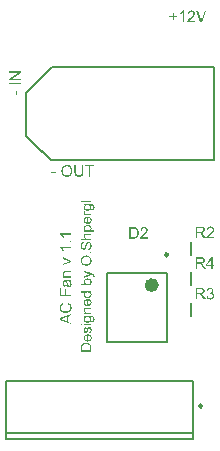
<source format=gbr>
G04*
G04 #@! TF.GenerationSoftware,Altium Limited,Altium Designer,23.4.1 (23)*
G04*
G04 Layer_Color=65535*
%FSLAX44Y44*%
%MOMM*%
G71*
G04*
G04 #@! TF.SameCoordinates,01B2709E-CF7D-401B-80F6-C698A41CF17C*
G04*
G04*
G04 #@! TF.FilePolarity,Positive*
G04*
G01*
G75*
%ADD10C,0.6000*%
%ADD11C,0.2500*%
%ADD12C,0.2000*%
G36*
X62708Y253101D02*
X59000D01*
Y254300D01*
X62708D01*
Y253101D01*
D02*
G37*
G36*
X86250Y254286D02*
Y254271D01*
Y254215D01*
Y254144D01*
Y254046D01*
X86235Y253919D01*
Y253778D01*
X86221Y253609D01*
X86207Y253440D01*
X86165Y253059D01*
X86109Y252664D01*
X86024Y252284D01*
X85968Y252101D01*
X85911Y251931D01*
Y251917D01*
X85897Y251889D01*
X85869Y251847D01*
X85841Y251790D01*
X85756Y251635D01*
X85629Y251438D01*
X85460Y251212D01*
X85263Y250987D01*
X85009Y250747D01*
X84699Y250536D01*
X84685D01*
X84656Y250508D01*
X84614Y250493D01*
X84544Y250451D01*
X84459Y250409D01*
X84346Y250366D01*
X84234Y250324D01*
X84093Y250268D01*
X83938Y250212D01*
X83768Y250169D01*
X83585Y250127D01*
X83374Y250085D01*
X83162Y250056D01*
X82937Y250028D01*
X82429Y250000D01*
X82302D01*
X82204Y250014D01*
X82091D01*
X81950Y250028D01*
X81795Y250042D01*
X81640Y250056D01*
X81287Y250113D01*
X80907Y250197D01*
X80540Y250310D01*
X80188Y250465D01*
X80174D01*
X80146Y250493D01*
X80103Y250522D01*
X80047Y250550D01*
X79892Y250663D01*
X79708Y250818D01*
X79497Y251015D01*
X79300Y251241D01*
X79102Y251523D01*
X78947Y251833D01*
Y251847D01*
X78933Y251875D01*
X78919Y251931D01*
X78891Y252002D01*
X78863Y252086D01*
X78835Y252199D01*
X78792Y252326D01*
X78764Y252481D01*
X78736Y252650D01*
X78693Y252833D01*
X78665Y253031D01*
X78637Y253242D01*
X78609Y253482D01*
X78595Y253736D01*
X78581Y254004D01*
Y254286D01*
Y259924D01*
X79878D01*
Y254286D01*
Y254271D01*
Y254229D01*
Y254159D01*
Y254074D01*
X79892Y253975D01*
Y253848D01*
X79906Y253581D01*
X79934Y253270D01*
X79976Y252960D01*
X80033Y252664D01*
X80061Y252537D01*
X80103Y252411D01*
X80117Y252382D01*
X80146Y252312D01*
X80216Y252213D01*
X80301Y252072D01*
X80399Y251931D01*
X80540Y251776D01*
X80709Y251621D01*
X80907Y251494D01*
X80935Y251480D01*
X81005Y251438D01*
X81132Y251396D01*
X81301Y251339D01*
X81499Y251269D01*
X81753Y251226D01*
X82020Y251184D01*
X82316Y251170D01*
X82457D01*
X82542Y251184D01*
X82669D01*
X82796Y251198D01*
X83106Y251255D01*
X83444Y251325D01*
X83768Y251438D01*
X84079Y251593D01*
X84220Y251692D01*
X84346Y251804D01*
X84361Y251819D01*
X84375Y251833D01*
X84403Y251875D01*
X84445Y251931D01*
X84487Y252016D01*
X84544Y252101D01*
X84600Y252227D01*
X84656Y252354D01*
X84713Y252509D01*
X84755Y252693D01*
X84812Y252904D01*
X84854Y253130D01*
X84896Y253383D01*
X84924Y253651D01*
X84953Y253961D01*
Y254286D01*
Y259924D01*
X86250D01*
Y254286D01*
D02*
G37*
G36*
X95399Y258768D02*
X92184D01*
Y250169D01*
X90887D01*
Y258768D01*
X87673D01*
Y259924D01*
X95399D01*
Y258768D01*
D02*
G37*
G36*
X72463Y260079D02*
X72590D01*
X72716Y260065D01*
X72886Y260037D01*
X73055Y260009D01*
X73421Y259938D01*
X73844Y259826D01*
X74253Y259657D01*
X74464Y259558D01*
X74676Y259445D01*
X74690Y259431D01*
X74718Y259417D01*
X74775Y259375D01*
X74859Y259332D01*
X74944Y259262D01*
X75057Y259177D01*
X75296Y258980D01*
X75550Y258726D01*
X75832Y258416D01*
X76100Y258049D01*
X76325Y257641D01*
Y257626D01*
X76353Y257584D01*
X76382Y257528D01*
X76410Y257443D01*
X76466Y257330D01*
X76508Y257204D01*
X76565Y257048D01*
X76621Y256879D01*
X76664Y256696D01*
X76720Y256499D01*
X76776Y256273D01*
X76819Y256048D01*
X76875Y255554D01*
X76903Y255019D01*
Y255004D01*
Y254948D01*
Y254878D01*
X76889Y254765D01*
Y254638D01*
X76875Y254483D01*
X76847Y254314D01*
X76833Y254130D01*
X76762Y253722D01*
X76649Y253270D01*
X76494Y252819D01*
X76410Y252594D01*
X76297Y252368D01*
Y252354D01*
X76269Y252312D01*
X76241Y252255D01*
X76184Y252171D01*
X76128Y252072D01*
X76057Y251974D01*
X75860Y251706D01*
X75620Y251424D01*
X75338Y251128D01*
X75000Y250846D01*
X74605Y250592D01*
X74591D01*
X74563Y250564D01*
X74493Y250536D01*
X74408Y250493D01*
X74309Y250451D01*
X74197Y250409D01*
X74056Y250352D01*
X73900Y250296D01*
X73731Y250240D01*
X73548Y250183D01*
X73139Y250099D01*
X72702Y250028D01*
X72237Y250000D01*
X72096D01*
X72011Y250014D01*
X71885D01*
X71744Y250042D01*
X71589Y250056D01*
X71405Y250085D01*
X71025Y250169D01*
X70616Y250282D01*
X70193Y250451D01*
X69982Y250550D01*
X69770Y250663D01*
X69756Y250677D01*
X69728Y250691D01*
X69671Y250733D01*
X69587Y250789D01*
X69502Y250846D01*
X69404Y250930D01*
X69164Y251142D01*
X68896Y251396D01*
X68614Y251706D01*
X68360Y252058D01*
X68121Y252467D01*
Y252481D01*
X68093Y252523D01*
X68064Y252580D01*
X68036Y252664D01*
X67994Y252777D01*
X67952Y252904D01*
X67895Y253045D01*
X67853Y253200D01*
X67797Y253383D01*
X67740Y253566D01*
X67656Y253990D01*
X67599Y254426D01*
X67571Y254906D01*
Y254920D01*
Y254934D01*
Y255019D01*
X67585Y255145D01*
Y255315D01*
X67613Y255512D01*
X67642Y255752D01*
X67684Y256019D01*
X67740Y256301D01*
X67797Y256597D01*
X67881Y256908D01*
X67994Y257218D01*
X68121Y257542D01*
X68262Y257852D01*
X68445Y258162D01*
X68642Y258444D01*
X68868Y258712D01*
X68882Y258726D01*
X68924Y258768D01*
X69009Y258839D01*
X69108Y258923D01*
X69234Y259036D01*
X69390Y259149D01*
X69573Y259276D01*
X69784Y259403D01*
X70010Y259530D01*
X70264Y259657D01*
X70546Y259769D01*
X70841Y259882D01*
X71166Y259967D01*
X71504Y260037D01*
X71856Y260079D01*
X72237Y260093D01*
X72364D01*
X72463Y260079D01*
D02*
G37*
G36*
X33000Y338087D02*
X25345Y332984D01*
X33000D01*
Y331744D01*
X23245D01*
Y333069D01*
X30914Y338186D01*
X23245D01*
Y339426D01*
X33000D01*
Y338087D01*
D02*
G37*
G36*
Y328177D02*
X23245D01*
Y329474D01*
X33000D01*
Y328177D01*
D02*
G37*
G36*
X30068Y319000D02*
X28870D01*
Y322707D01*
X30068D01*
Y319000D01*
D02*
G37*
G36*
X162778Y386371D02*
X165428D01*
Y385257D01*
X162778D01*
Y382579D01*
X161650D01*
Y385257D01*
X159000D01*
Y386371D01*
X161650D01*
Y389021D01*
X162778D01*
Y386371D01*
D02*
G37*
G36*
X186560Y381000D02*
X185206D01*
X181428Y390755D01*
X182838D01*
X185375Y383664D01*
Y383650D01*
X185390Y383622D01*
X185404Y383580D01*
X185432Y383523D01*
X185446Y383439D01*
X185474Y383354D01*
X185545Y383143D01*
X185629Y382903D01*
X185714Y382635D01*
X185883Y382071D01*
Y382085D01*
X185897Y382114D01*
X185911Y382156D01*
X185925Y382212D01*
X185968Y382367D01*
X186038Y382579D01*
X186108Y382818D01*
X186193Y383086D01*
X186292Y383368D01*
X186405Y383664D01*
X189055Y390755D01*
X190366D01*
X186560Y381000D01*
D02*
G37*
G36*
X177834Y390783D02*
X177946Y390769D01*
X178087Y390755D01*
X178242Y390727D01*
X178398Y390699D01*
X178764Y390600D01*
X179130Y390459D01*
X179314Y390374D01*
X179497Y390276D01*
X179666Y390149D01*
X179821Y390008D01*
X179835Y389994D01*
X179864Y389980D01*
X179892Y389923D01*
X179948Y389867D01*
X180019Y389796D01*
X180089Y389698D01*
X180160Y389599D01*
X180244Y389472D01*
X180385Y389204D01*
X180526Y388866D01*
X180583Y388697D01*
X180611Y388500D01*
X180639Y388302D01*
X180653Y388091D01*
Y388063D01*
Y387992D01*
X180639Y387879D01*
X180625Y387724D01*
X180597Y387555D01*
X180540Y387358D01*
X180484Y387146D01*
X180399Y386935D01*
X180385Y386907D01*
X180357Y386836D01*
X180301Y386723D01*
X180216Y386568D01*
X180103Y386399D01*
X179962Y386188D01*
X179793Y385976D01*
X179596Y385737D01*
X179568Y385708D01*
X179497Y385624D01*
X179427Y385553D01*
X179356Y385483D01*
X179272Y385398D01*
X179159Y385285D01*
X179046Y385173D01*
X178905Y385046D01*
X178764Y384905D01*
X178595Y384750D01*
X178412Y384595D01*
X178214Y384412D01*
X177989Y384228D01*
X177763Y384031D01*
X177749Y384017D01*
X177721Y383989D01*
X177664Y383946D01*
X177594Y383890D01*
X177509Y383805D01*
X177411Y383721D01*
X177185Y383537D01*
X176945Y383326D01*
X176720Y383115D01*
X176523Y382931D01*
X176438Y382861D01*
X176367Y382790D01*
X176353Y382776D01*
X176311Y382734D01*
X176255Y382677D01*
X176184Y382593D01*
X176114Y382494D01*
X176029Y382396D01*
X175860Y382156D01*
X180667D01*
Y381000D01*
X174197D01*
Y381014D01*
Y381071D01*
Y381155D01*
X174211Y381268D01*
X174225Y381395D01*
X174253Y381536D01*
X174281Y381677D01*
X174338Y381832D01*
Y381846D01*
X174352Y381860D01*
X174380Y381945D01*
X174436Y382071D01*
X174521Y382240D01*
X174634Y382438D01*
X174775Y382663D01*
X174930Y382889D01*
X175127Y383129D01*
Y383143D01*
X175155Y383157D01*
X175226Y383241D01*
X175352Y383368D01*
X175536Y383552D01*
X175747Y383763D01*
X176015Y384017D01*
X176339Y384299D01*
X176692Y384595D01*
X176706Y384609D01*
X176762Y384651D01*
X176847Y384722D01*
X176945Y384806D01*
X177072Y384919D01*
X177227Y385046D01*
X177383Y385187D01*
X177566Y385342D01*
X177918Y385680D01*
X178271Y386018D01*
X178440Y386188D01*
X178595Y386357D01*
X178736Y386512D01*
X178849Y386667D01*
Y386681D01*
X178877Y386695D01*
X178905Y386738D01*
X178933Y386794D01*
X179032Y386949D01*
X179145Y387132D01*
X179243Y387358D01*
X179342Y387597D01*
X179398Y387865D01*
X179427Y388119D01*
Y388133D01*
Y388147D01*
X179412Y388232D01*
X179398Y388373D01*
X179356Y388528D01*
X179300Y388725D01*
X179201Y388923D01*
X179074Y389120D01*
X178905Y389317D01*
X178877Y389345D01*
X178806Y389402D01*
X178708Y389472D01*
X178553Y389571D01*
X178355Y389656D01*
X178130Y389740D01*
X177862Y389796D01*
X177566Y389811D01*
X177481D01*
X177425Y389796D01*
X177256Y389782D01*
X177058Y389740D01*
X176847Y389684D01*
X176607Y389585D01*
X176382Y389458D01*
X176170Y389289D01*
X176142Y389261D01*
X176086Y389190D01*
X176001Y389078D01*
X175916Y388908D01*
X175818Y388711D01*
X175733Y388457D01*
X175677Y388175D01*
X175649Y387851D01*
X174422Y387978D01*
Y387992D01*
X174436Y388034D01*
Y388105D01*
X174450Y388204D01*
X174478Y388316D01*
X174507Y388443D01*
X174549Y388598D01*
X174591Y388753D01*
X174704Y389092D01*
X174873Y389430D01*
X174972Y389599D01*
X175099Y389768D01*
X175226Y389923D01*
X175367Y390064D01*
X175381Y390079D01*
X175409Y390093D01*
X175451Y390135D01*
X175522Y390177D01*
X175606Y390233D01*
X175705Y390290D01*
X175818Y390360D01*
X175959Y390431D01*
X176114Y390501D01*
X176283Y390572D01*
X176466Y390628D01*
X176664Y390685D01*
X176875Y390727D01*
X177101Y390769D01*
X177340Y390783D01*
X177594Y390797D01*
X177735D01*
X177834Y390783D01*
D02*
G37*
G36*
X171293Y381000D02*
X170094D01*
Y388627D01*
X170080Y388612D01*
X170010Y388556D01*
X169925Y388471D01*
X169784Y388373D01*
X169629Y388246D01*
X169432Y388105D01*
X169206Y387950D01*
X168953Y387795D01*
X168938D01*
X168924Y387781D01*
X168840Y387724D01*
X168699Y387654D01*
X168530Y387569D01*
X168332Y387471D01*
X168121Y387372D01*
X167909Y387273D01*
X167698Y387189D01*
Y388344D01*
X167712D01*
X167740Y388373D01*
X167796Y388387D01*
X167867Y388429D01*
X167952Y388471D01*
X168050Y388528D01*
X168290Y388669D01*
X168572Y388824D01*
X168854Y389021D01*
X169150Y389247D01*
X169446Y389486D01*
X169460Y389501D01*
X169474Y389515D01*
X169516Y389557D01*
X169573Y389599D01*
X169700Y389740D01*
X169869Y389909D01*
X170038Y390107D01*
X170221Y390332D01*
X170376Y390558D01*
X170517Y390797D01*
X171293D01*
Y381000D01*
D02*
G37*
G36*
X76000Y200898D02*
X68373D01*
X68388Y200884D01*
X68444Y200814D01*
X68529Y200729D01*
X68627Y200588D01*
X68754Y200433D01*
X68895Y200236D01*
X69050Y200010D01*
X69205Y199756D01*
Y199742D01*
X69219Y199728D01*
X69276Y199644D01*
X69346Y199503D01*
X69431Y199333D01*
X69530Y199136D01*
X69628Y198925D01*
X69727Y198713D01*
X69811Y198502D01*
X68656D01*
Y198516D01*
X68627Y198544D01*
X68613Y198600D01*
X68571Y198671D01*
X68529Y198755D01*
X68472Y198854D01*
X68331Y199094D01*
X68176Y199376D01*
X67979Y199658D01*
X67753Y199954D01*
X67514Y200250D01*
X67499Y200264D01*
X67485Y200278D01*
X67443Y200320D01*
X67401Y200377D01*
X67260Y200504D01*
X67091Y200673D01*
X66893Y200842D01*
X66668Y201025D01*
X66442Y201180D01*
X66203Y201321D01*
Y202097D01*
X76000D01*
Y200898D01*
D02*
G37*
G36*
Y194470D02*
X74633D01*
Y195837D01*
X76000D01*
Y194470D01*
D02*
G37*
G36*
Y189522D02*
X68373D01*
X68388Y189508D01*
X68444Y189437D01*
X68529Y189353D01*
X68627Y189212D01*
X68754Y189057D01*
X68895Y188859D01*
X69050Y188634D01*
X69205Y188380D01*
Y188366D01*
X69219Y188352D01*
X69276Y188267D01*
X69346Y188126D01*
X69431Y187957D01*
X69530Y187760D01*
X69628Y187548D01*
X69727Y187337D01*
X69811Y187125D01*
X68656D01*
Y187140D01*
X68627Y187168D01*
X68613Y187224D01*
X68571Y187295D01*
X68529Y187379D01*
X68472Y187478D01*
X68331Y187718D01*
X68176Y187999D01*
X67979Y188281D01*
X67753Y188577D01*
X67514Y188874D01*
X67499Y188888D01*
X67485Y188902D01*
X67443Y188944D01*
X67401Y189000D01*
X67260Y189127D01*
X67091Y189296D01*
X66893Y189466D01*
X66668Y189649D01*
X66442Y189804D01*
X66203Y189945D01*
Y190720D01*
X76000D01*
Y189522D01*
D02*
G37*
G36*
Y178992D02*
Y177850D01*
X68923Y175185D01*
Y176454D01*
X73166Y177976D01*
X73181D01*
X73195Y177991D01*
X73237Y178005D01*
X73279Y178019D01*
X73420Y178061D01*
X73604Y178118D01*
X73815Y178188D01*
X74055Y178273D01*
X74323Y178343D01*
X74590Y178428D01*
X74562Y178442D01*
X74492Y178456D01*
X74379Y178498D01*
X74210Y178540D01*
X74026Y178611D01*
X73787Y178681D01*
X73533Y178780D01*
X73251Y178879D01*
X68923Y180443D01*
Y181684D01*
X76000Y178992D01*
D02*
G37*
G36*
Y169095D02*
X71715D01*
X71700D01*
X71686D01*
X71588D01*
X71461D01*
X71306Y169081D01*
X71122Y169067D01*
X70939Y169039D01*
X70770Y168997D01*
X70615Y168954D01*
X70601D01*
X70559Y168926D01*
X70488Y168884D01*
X70403Y168842D01*
X70319Y168771D01*
X70220Y168687D01*
X70122Y168574D01*
X70037Y168447D01*
X70023Y168433D01*
X69995Y168391D01*
X69967Y168306D01*
X69924Y168207D01*
X69882Y168095D01*
X69840Y167954D01*
X69826Y167784D01*
X69811Y167615D01*
Y167545D01*
X69826Y167488D01*
X69840Y167347D01*
X69868Y167164D01*
X69938Y166967D01*
X70023Y166741D01*
X70136Y166516D01*
X70305Y166304D01*
X70333Y166276D01*
X70403Y166220D01*
X70460Y166177D01*
X70530Y166135D01*
X70615Y166079D01*
X70714Y166036D01*
X70826Y165980D01*
X70967Y165924D01*
X71122Y165881D01*
X71292Y165839D01*
X71475Y165811D01*
X71672Y165783D01*
X71912Y165754D01*
X72151D01*
X76000D01*
Y164556D01*
X68923D01*
Y165628D01*
X69938D01*
X69924Y165642D01*
X69882Y165670D01*
X69826Y165712D01*
X69755Y165769D01*
X69670Y165853D01*
X69572Y165952D01*
X69459Y166065D01*
X69346Y166206D01*
X69247Y166346D01*
X69135Y166516D01*
X69036Y166699D01*
X68952Y166896D01*
X68881Y167122D01*
X68825Y167347D01*
X68782Y167601D01*
X68768Y167869D01*
Y167982D01*
X68782Y168095D01*
X68796Y168250D01*
X68825Y168433D01*
X68867Y168630D01*
X68923Y168842D01*
X69008Y169039D01*
X69022Y169067D01*
X69050Y169124D01*
X69092Y169222D01*
X69163Y169335D01*
X69247Y169476D01*
X69360Y169603D01*
X69473Y169730D01*
X69614Y169843D01*
X69628Y169857D01*
X69685Y169885D01*
X69755Y169927D01*
X69854Y169998D01*
X69995Y170054D01*
X70136Y170110D01*
X70305Y170181D01*
X70488Y170223D01*
X70502D01*
X70559Y170237D01*
X70643Y170251D01*
X70756Y170266D01*
X70925D01*
X71122Y170280D01*
X71362Y170294D01*
X71658D01*
X76000D01*
Y169095D01*
D02*
G37*
G36*
Y161821D02*
X75986Y161807D01*
X75929Y161793D01*
X75859Y161765D01*
X75746Y161723D01*
X75619Y161680D01*
X75464Y161652D01*
X75295Y161624D01*
X75112Y161596D01*
Y161582D01*
X75140Y161568D01*
X75211Y161483D01*
X75309Y161356D01*
X75436Y161187D01*
X75563Y160975D01*
X75704Y160764D01*
X75831Y160539D01*
X75929Y160299D01*
X75944Y160271D01*
X75958Y160186D01*
X76000Y160059D01*
X76042Y159904D01*
X76085Y159707D01*
X76113Y159481D01*
X76141Y159228D01*
X76155Y158974D01*
Y158861D01*
X76141Y158776D01*
Y158678D01*
X76127Y158565D01*
X76085Y158311D01*
X76014Y158029D01*
X75915Y157719D01*
X75774Y157437D01*
X75591Y157184D01*
X75563Y157155D01*
X75493Y157085D01*
X75366Y156986D01*
X75196Y156873D01*
X74985Y156761D01*
X74745Y156662D01*
X74449Y156591D01*
X74308Y156577D01*
X74139Y156563D01*
X74111D01*
X74055D01*
X73956Y156577D01*
X73829Y156591D01*
X73674Y156620D01*
X73519Y156662D01*
X73350Y156718D01*
X73195Y156789D01*
X73181Y156803D01*
X73124Y156831D01*
X73040Y156887D01*
X72941Y156958D01*
X72828Y157043D01*
X72715Y157155D01*
X72603Y157268D01*
X72504Y157409D01*
X72490Y157423D01*
X72462Y157479D01*
X72405Y157550D01*
X72349Y157663D01*
X72292Y157790D01*
X72222Y157945D01*
X72166Y158100D01*
X72109Y158283D01*
Y158297D01*
X72095Y158354D01*
X72067Y158438D01*
X72053Y158551D01*
X72025Y158692D01*
X71996Y158875D01*
X71954Y159087D01*
X71926Y159340D01*
Y159354D01*
X71912Y159411D01*
Y159481D01*
X71898Y159580D01*
X71884Y159693D01*
X71856Y159834D01*
X71841Y159989D01*
X71813Y160158D01*
X71743Y160496D01*
X71672Y160863D01*
X71588Y161187D01*
X71545Y161342D01*
X71503Y161483D01*
X71489D01*
X71461D01*
X71376Y161497D01*
X71277D01*
X71221D01*
X71193D01*
X71179D01*
X71165D01*
X71080D01*
X70939Y161483D01*
X70784Y161455D01*
X70615Y161413D01*
X70446Y161342D01*
X70291Y161257D01*
X70164Y161145D01*
X70150Y161131D01*
X70093Y161060D01*
X70037Y160947D01*
X69952Y160806D01*
X69882Y160609D01*
X69811Y160383D01*
X69769Y160102D01*
X69755Y159777D01*
Y159636D01*
X69769Y159495D01*
X69797Y159298D01*
X69826Y159101D01*
X69882Y158889D01*
X69952Y158692D01*
X70051Y158523D01*
X70065Y158509D01*
X70107Y158452D01*
X70178Y158382D01*
X70291Y158297D01*
X70432Y158212D01*
X70615Y158114D01*
X70841Y158029D01*
X71094Y157945D01*
X70939Y156775D01*
X70925D01*
X70911Y156789D01*
X70869D01*
X70812Y156803D01*
X70685Y156845D01*
X70502Y156902D01*
X70319Y156972D01*
X70122Y157057D01*
X69924Y157169D01*
X69741Y157296D01*
X69727Y157310D01*
X69670Y157367D01*
X69586Y157451D01*
X69473Y157564D01*
X69360Y157719D01*
X69247Y157902D01*
X69121Y158114D01*
X69022Y158354D01*
Y158368D01*
X69008Y158382D01*
X68994Y158424D01*
X68980Y158480D01*
X68937Y158621D01*
X68895Y158819D01*
X68853Y159044D01*
X68811Y159326D01*
X68782Y159622D01*
X68768Y159961D01*
Y160116D01*
X68782Y160271D01*
X68796Y160482D01*
X68825Y160722D01*
X68867Y160961D01*
X68923Y161201D01*
X68994Y161427D01*
X69008Y161455D01*
X69036Y161525D01*
X69078Y161624D01*
X69135Y161751D01*
X69219Y161892D01*
X69304Y162033D01*
X69417Y162160D01*
X69530Y162272D01*
X69544Y162287D01*
X69586Y162315D01*
X69656Y162357D01*
X69741Y162413D01*
X69868Y162484D01*
X69995Y162540D01*
X70150Y162597D01*
X70333Y162639D01*
X70347D01*
X70389Y162653D01*
X70474Y162667D01*
X70587Y162681D01*
X70742D01*
X70925Y162695D01*
X71165Y162710D01*
X71433D01*
X73040D01*
X73054D01*
X73110D01*
X73195D01*
X73307D01*
X73434D01*
X73589D01*
X73928Y162724D01*
X74280D01*
X74633Y162738D01*
X74788Y162752D01*
X74929D01*
X75055Y162766D01*
X75154Y162780D01*
X75168D01*
X75225Y162794D01*
X75309Y162808D01*
X75422Y162850D01*
X75549Y162879D01*
X75690Y162935D01*
X75845Y163006D01*
X76000Y163076D01*
Y161821D01*
D02*
G37*
G36*
X67401Y150149D02*
X70418D01*
Y154731D01*
X71574D01*
Y150149D01*
X76000D01*
Y148852D01*
X66245D01*
Y155449D01*
X67401D01*
Y150149D01*
D02*
G37*
G36*
X72983Y143397D02*
X73068Y143368D01*
X73181Y143326D01*
X73307Y143284D01*
X73463Y143227D01*
X73632Y143157D01*
X73815Y143072D01*
X74210Y142875D01*
X74604Y142621D01*
X74802Y142466D01*
X74999Y142311D01*
X75168Y142142D01*
X75337Y141945D01*
X75352Y141931D01*
X75380Y141902D01*
X75408Y141832D01*
X75464Y141761D01*
X75535Y141649D01*
X75605Y141536D01*
X75676Y141381D01*
X75746Y141226D01*
X75831Y141042D01*
X75901Y140845D01*
X75972Y140634D01*
X76042Y140408D01*
X76099Y140168D01*
X76127Y139915D01*
X76155Y139647D01*
X76169Y139365D01*
Y139210D01*
X76155Y139097D01*
Y138970D01*
X76141Y138815D01*
X76113Y138646D01*
X76085Y138448D01*
X76014Y138040D01*
X75901Y137617D01*
X75746Y137194D01*
X75648Y136997D01*
X75535Y136799D01*
X75521Y136785D01*
X75507Y136757D01*
X75464Y136700D01*
X75408Y136644D01*
X75352Y136559D01*
X75267Y136461D01*
X75168Y136348D01*
X75055Y136235D01*
X74929Y136123D01*
X74802Y135996D01*
X74478Y135742D01*
X74097Y135502D01*
X73674Y135291D01*
X73660D01*
X73618Y135263D01*
X73547Y135248D01*
X73463Y135206D01*
X73350Y135178D01*
X73209Y135136D01*
X73054Y135079D01*
X72885Y135037D01*
X72701Y134995D01*
X72490Y134938D01*
X72053Y134868D01*
X71559Y134811D01*
X71052Y134783D01*
X71038D01*
X70981D01*
X70897D01*
X70798Y134797D01*
X70657D01*
X70516Y134811D01*
X70333Y134826D01*
X70150Y134854D01*
X69741Y134924D01*
X69290Y135023D01*
X68839Y135164D01*
X68402Y135361D01*
X68388Y135375D01*
X68345Y135389D01*
X68289Y135418D01*
X68218Y135474D01*
X68120Y135531D01*
X68007Y135601D01*
X67753Y135784D01*
X67471Y136024D01*
X67189Y136306D01*
X66907Y136630D01*
X66668Y137011D01*
X66654Y137025D01*
X66640Y137067D01*
X66611Y137123D01*
X66569Y137194D01*
X66527Y137307D01*
X66484Y137420D01*
X66428Y137560D01*
X66372Y137716D01*
X66315Y137885D01*
X66259Y138068D01*
X66174Y138463D01*
X66104Y138914D01*
X66076Y139379D01*
Y139520D01*
X66090Y139619D01*
X66104Y139746D01*
X66118Y139901D01*
X66132Y140056D01*
X66174Y140239D01*
X66259Y140619D01*
X66386Y141042D01*
X66470Y141254D01*
X66569Y141451D01*
X66696Y141649D01*
X66823Y141846D01*
X66837Y141860D01*
X66851Y141888D01*
X66893Y141945D01*
X66964Y142015D01*
X67034Y142086D01*
X67133Y142184D01*
X67246Y142283D01*
X67358Y142396D01*
X67499Y142508D01*
X67669Y142621D01*
X67838Y142748D01*
X68021Y142861D01*
X68233Y142960D01*
X68444Y143072D01*
X68670Y143157D01*
X68923Y143242D01*
X69219Y141973D01*
X69205D01*
X69177Y141959D01*
X69121Y141931D01*
X69050Y141902D01*
X68966Y141874D01*
X68853Y141832D01*
X68627Y141719D01*
X68373Y141578D01*
X68120Y141409D01*
X67880Y141198D01*
X67669Y140972D01*
X67641Y140944D01*
X67584Y140859D01*
X67514Y140718D01*
X67415Y140535D01*
X67330Y140295D01*
X67246Y140027D01*
X67189Y139703D01*
X67175Y139351D01*
Y139238D01*
X67189Y139167D01*
Y139069D01*
X67203Y138956D01*
X67246Y138688D01*
X67302Y138392D01*
X67401Y138082D01*
X67542Y137758D01*
X67725Y137462D01*
Y137448D01*
X67753Y137434D01*
X67824Y137335D01*
X67937Y137208D01*
X68106Y137053D01*
X68317Y136870D01*
X68557Y136700D01*
X68853Y136545D01*
X69177Y136404D01*
X69191D01*
X69219Y136390D01*
X69262Y136376D01*
X69332Y136362D01*
X69417Y136334D01*
X69515Y136306D01*
X69755Y136264D01*
X70037Y136207D01*
X70347Y136151D01*
X70685Y136123D01*
X71052Y136108D01*
X71066D01*
X71108D01*
X71179D01*
X71263D01*
X71362Y136123D01*
X71489D01*
X71630Y136137D01*
X71785Y136151D01*
X72123Y136193D01*
X72490Y136264D01*
X72856Y136348D01*
X73223Y136461D01*
X73237D01*
X73265Y136475D01*
X73307Y136503D01*
X73378Y136531D01*
X73547Y136616D01*
X73745Y136743D01*
X73970Y136898D01*
X74210Y137095D01*
X74421Y137321D01*
X74619Y137589D01*
Y137603D01*
X74633Y137631D01*
X74661Y137673D01*
X74689Y137730D01*
X74717Y137800D01*
X74759Y137885D01*
X74844Y138082D01*
X74929Y138336D01*
X74999Y138618D01*
X75055Y138928D01*
X75070Y139252D01*
Y139351D01*
X75055Y139435D01*
Y139534D01*
X75041Y139633D01*
X74985Y139886D01*
X74914Y140183D01*
X74802Y140478D01*
X74647Y140789D01*
X74562Y140944D01*
X74449Y141085D01*
X74435Y141099D01*
X74421Y141113D01*
X74379Y141155D01*
X74337Y141212D01*
X74266Y141268D01*
X74181Y141338D01*
X74097Y141423D01*
X73984Y141494D01*
X73857Y141578D01*
X73716Y141677D01*
X73575Y141761D01*
X73406Y141846D01*
X73223Y141916D01*
X73025Y141987D01*
X72814Y142057D01*
X72589Y142114D01*
X72913Y143411D01*
X72927D01*
X72983Y143397D01*
D02*
G37*
G36*
X76000Y132655D02*
X73040Y131513D01*
Y127425D01*
X76000Y126367D01*
Y125000D01*
X66245Y128722D01*
Y130131D01*
X76000Y134121D01*
Y132655D01*
D02*
G37*
G36*
X93000Y228612D02*
X84036D01*
Y229713D01*
X93000D01*
Y228612D01*
D02*
G37*
G36*
X92482Y226954D02*
X92624D01*
X92780Y226941D01*
X92948Y226928D01*
X93298Y226889D01*
X93661Y226838D01*
X93829Y226799D01*
X93984Y226760D01*
X94127Y226708D01*
X94257Y226656D01*
X94270D01*
X94283Y226643D01*
X94360Y226591D01*
X94477Y226527D01*
X94619Y226423D01*
X94775Y226281D01*
X94943Y226112D01*
X95112Y225905D01*
X95254Y225672D01*
Y225659D01*
X95267Y225646D01*
X95293Y225607D01*
X95306Y225555D01*
X95345Y225490D01*
X95371Y225413D01*
X95435Y225218D01*
X95513Y224985D01*
X95565Y224700D01*
X95617Y224376D01*
X95630Y224027D01*
Y223910D01*
X95617Y223832D01*
Y223729D01*
X95604Y223625D01*
X95591Y223496D01*
X95565Y223353D01*
X95500Y223055D01*
X95409Y222744D01*
X95280Y222433D01*
X95099Y222148D01*
X95086Y222135D01*
X95073Y222122D01*
X94995Y222032D01*
X94878Y221928D01*
X94710Y221799D01*
X94490Y221669D01*
X94218Y221552D01*
X94062Y221514D01*
X93894Y221488D01*
X93725Y221462D01*
X93531D01*
X93674Y222537D01*
X93700D01*
X93751Y222550D01*
X93842Y222576D01*
X93959Y222602D01*
X94075Y222654D01*
X94192Y222718D01*
X94308Y222796D01*
X94399Y222900D01*
X94412Y222926D01*
X94451Y222977D01*
X94503Y223068D01*
X94555Y223198D01*
X94619Y223353D01*
X94671Y223547D01*
X94710Y223780D01*
X94723Y224027D01*
Y224156D01*
X94710Y224286D01*
X94684Y224467D01*
X94645Y224648D01*
X94593Y224843D01*
X94516Y225037D01*
X94412Y225205D01*
X94399Y225218D01*
X94360Y225270D01*
X94283Y225348D01*
X94192Y225439D01*
X94062Y225529D01*
X93920Y225620D01*
X93751Y225711D01*
X93557Y225775D01*
X93544D01*
X93492Y225788D01*
X93389Y225801D01*
X93259Y225814D01*
X93168Y225827D01*
X93065D01*
X92948Y225840D01*
X92819D01*
X92676D01*
X92508Y225853D01*
X92339D01*
X92145D01*
X92158Y225840D01*
X92184Y225814D01*
X92223Y225775D01*
X92275Y225724D01*
X92339Y225659D01*
X92417Y225568D01*
X92495Y225464D01*
X92572Y225361D01*
X92728Y225089D01*
X92871Y224791D01*
X92922Y224622D01*
X92961Y224441D01*
X92987Y224247D01*
X93000Y224053D01*
Y223988D01*
X92987Y223923D01*
Y223832D01*
X92974Y223716D01*
X92948Y223586D01*
X92922Y223444D01*
X92883Y223288D01*
X92832Y223120D01*
X92767Y222952D01*
X92689Y222783D01*
X92598Y222602D01*
X92482Y222433D01*
X92352Y222265D01*
X92210Y222110D01*
X92041Y221967D01*
X92029Y221954D01*
X92003Y221941D01*
X91938Y221902D01*
X91873Y221850D01*
X91769Y221799D01*
X91666Y221734D01*
X91536Y221669D01*
X91381Y221604D01*
X91225Y221539D01*
X91044Y221475D01*
X90863Y221410D01*
X90655Y221358D01*
X90215Y221268D01*
X89969Y221255D01*
X89723Y221241D01*
X89710D01*
X89684D01*
X89632D01*
X89567D01*
X89476Y221255D01*
X89386D01*
X89153Y221280D01*
X88894Y221319D01*
X88609Y221384D01*
X88311Y221462D01*
X88013Y221578D01*
X88000D01*
X87974Y221591D01*
X87935Y221617D01*
X87883Y221643D01*
X87741Y221721D01*
X87559Y221824D01*
X87365Y221967D01*
X87171Y222135D01*
X86964Y222330D01*
X86795Y222550D01*
Y222563D01*
X86782Y222576D01*
X86756Y222615D01*
X86730Y222666D01*
X86653Y222796D01*
X86575Y222977D01*
X86497Y223198D01*
X86419Y223457D01*
X86368Y223742D01*
X86355Y224053D01*
Y224169D01*
X86368Y224247D01*
X86381Y224338D01*
X86406Y224454D01*
X86432Y224584D01*
X86471Y224726D01*
X86523Y224869D01*
X86588Y225024D01*
X86665Y225180D01*
X86756Y225348D01*
X86860Y225503D01*
X86989Y225659D01*
X87132Y225814D01*
X87300Y225957D01*
X86497D01*
Y226967D01*
X92119D01*
X92132D01*
X92184D01*
X92262D01*
X92365D01*
X92482Y226954D01*
D02*
G37*
G36*
X87728Y220607D02*
X87715Y220594D01*
X87689Y220542D01*
X87650Y220464D01*
X87611Y220361D01*
X87572Y220244D01*
X87533Y220102D01*
X87507Y219959D01*
X87495Y219817D01*
Y219752D01*
X87507Y219687D01*
X87521Y219596D01*
X87546Y219506D01*
X87585Y219389D01*
X87637Y219272D01*
X87715Y219169D01*
X87728Y219156D01*
X87754Y219117D01*
X87806Y219078D01*
X87870Y219014D01*
X87961Y218949D01*
X88064Y218884D01*
X88181Y218819D01*
X88324Y218767D01*
X88350Y218754D01*
X88427Y218741D01*
X88544Y218715D01*
X88699Y218677D01*
X88894Y218638D01*
X89114Y218612D01*
X89347Y218599D01*
X89606Y218586D01*
X93000D01*
Y217485D01*
X86497D01*
Y218482D01*
X87482D01*
X87469Y218495D01*
X87378Y218547D01*
X87261Y218612D01*
X87119Y218715D01*
X86976Y218819D01*
X86821Y218936D01*
X86691Y219052D01*
X86588Y219169D01*
X86575Y219182D01*
X86549Y219221D01*
X86510Y219298D01*
X86471Y219376D01*
X86432Y219480D01*
X86393Y219609D01*
X86368Y219739D01*
X86355Y219881D01*
Y219972D01*
X86368Y220089D01*
X86393Y220231D01*
X86445Y220399D01*
X86510Y220581D01*
X86601Y220788D01*
X86717Y221008D01*
X87728Y220607D01*
D02*
G37*
G36*
X90034Y216138D02*
Y211280D01*
X90047D01*
X90085D01*
X90137Y211293D01*
X90215D01*
X90306Y211306D01*
X90409Y211332D01*
X90642Y211371D01*
X90901Y211448D01*
X91187Y211552D01*
X91446Y211694D01*
X91679Y211876D01*
Y211889D01*
X91705Y211902D01*
X91769Y211979D01*
X91860Y212096D01*
X91951Y212251D01*
X92054Y212459D01*
X92145Y212692D01*
X92210Y212951D01*
X92223Y213093D01*
X92236Y213249D01*
Y213353D01*
X92223Y213469D01*
X92197Y213612D01*
X92158Y213767D01*
X92106Y213948D01*
X92029Y214117D01*
X91925Y214285D01*
X91912Y214298D01*
X91860Y214363D01*
X91782Y214441D01*
X91679Y214531D01*
X91536Y214635D01*
X91355Y214752D01*
X91148Y214868D01*
X90901Y214972D01*
X91044Y216112D01*
X91057D01*
X91083Y216099D01*
X91135Y216086D01*
X91212Y216060D01*
X91290Y216021D01*
X91394Y215982D01*
X91614Y215879D01*
X91860Y215749D01*
X92119Y215568D01*
X92365Y215360D01*
X92598Y215101D01*
Y215088D01*
X92624Y215063D01*
X92650Y215024D01*
X92689Y214972D01*
X92728Y214894D01*
X92767Y214816D01*
X92819Y214713D01*
X92871Y214596D01*
X92922Y214467D01*
X92974Y214337D01*
X93052Y214013D01*
X93117Y213650D01*
X93142Y213249D01*
Y213106D01*
X93130Y213016D01*
X93117Y212899D01*
X93091Y212757D01*
X93065Y212601D01*
X93039Y212433D01*
X92935Y212070D01*
X92858Y211876D01*
X92780Y211694D01*
X92676Y211500D01*
X92560Y211319D01*
X92430Y211150D01*
X92275Y210982D01*
X92262Y210969D01*
X92236Y210943D01*
X92184Y210904D01*
X92106Y210852D01*
X92015Y210788D01*
X91912Y210723D01*
X91782Y210645D01*
X91640Y210567D01*
X91471Y210490D01*
X91290Y210412D01*
X91083Y210347D01*
X90863Y210282D01*
X90629Y210231D01*
X90370Y210192D01*
X90098Y210166D01*
X89813Y210153D01*
X89800D01*
X89736D01*
X89658D01*
X89541Y210166D01*
X89399Y210179D01*
X89243Y210192D01*
X89062Y210218D01*
X88881Y210257D01*
X88466Y210360D01*
X88259Y210425D01*
X88039Y210503D01*
X87831Y210606D01*
X87637Y210723D01*
X87443Y210852D01*
X87261Y210995D01*
X87248Y211008D01*
X87222Y211034D01*
X87184Y211086D01*
X87119Y211150D01*
X87054Y211228D01*
X86976Y211332D01*
X86886Y211448D01*
X86808Y211591D01*
X86717Y211733D01*
X86640Y211902D01*
X86562Y212083D01*
X86497Y212277D01*
X86432Y212485D01*
X86393Y212705D01*
X86368Y212938D01*
X86355Y213184D01*
Y213314D01*
X86368Y213404D01*
X86381Y213508D01*
X86406Y213638D01*
X86432Y213780D01*
X86471Y213948D01*
X86510Y214104D01*
X86575Y214285D01*
X86640Y214454D01*
X86730Y214635D01*
X86834Y214816D01*
X86951Y214998D01*
X87093Y215166D01*
X87248Y215322D01*
X87261Y215334D01*
X87287Y215360D01*
X87339Y215399D01*
X87417Y215451D01*
X87507Y215516D01*
X87611Y215581D01*
X87741Y215658D01*
X87896Y215736D01*
X88064Y215814D01*
X88246Y215891D01*
X88453Y215956D01*
X88673Y216021D01*
X88919Y216073D01*
X89179Y216112D01*
X89451Y216138D01*
X89749Y216151D01*
X89761D01*
X89813D01*
X89904D01*
X90034Y216138D01*
D02*
G37*
G36*
X89969Y209181D02*
X90072D01*
X90306Y209156D01*
X90591Y209104D01*
X90889Y209039D01*
X91199Y208948D01*
X91510Y208832D01*
X91523D01*
X91549Y208819D01*
X91588Y208793D01*
X91640Y208767D01*
X91782Y208676D01*
X91964Y208560D01*
X92158Y208417D01*
X92352Y208236D01*
X92547Y208029D01*
X92728Y207782D01*
Y207769D01*
X92741Y207756D01*
X92767Y207718D01*
X92793Y207666D01*
X92858Y207536D01*
X92935Y207355D01*
X93013Y207135D01*
X93078Y206901D01*
X93130Y206629D01*
X93142Y206357D01*
Y206267D01*
X93130Y206163D01*
X93117Y206033D01*
X93091Y205878D01*
X93052Y205710D01*
X93000Y205541D01*
X92922Y205373D01*
X92909Y205360D01*
X92883Y205295D01*
X92832Y205217D01*
X92754Y205114D01*
X92676Y205010D01*
X92572Y204881D01*
X92456Y204764D01*
X92326Y204660D01*
X95487D01*
Y203559D01*
X86497D01*
Y204557D01*
X87352D01*
X87326Y204570D01*
X87274Y204622D01*
X87184Y204686D01*
X87080Y204790D01*
X86951Y204907D01*
X86834Y205036D01*
X86717Y205191D01*
X86614Y205347D01*
X86601Y205373D01*
X86575Y205425D01*
X86536Y205528D01*
X86484Y205658D01*
X86432Y205813D01*
X86393Y205995D01*
X86368Y206202D01*
X86355Y206435D01*
Y206578D01*
X86368Y206642D01*
X86381Y206733D01*
X86406Y206927D01*
X86458Y207160D01*
X86536Y207407D01*
X86653Y207653D01*
X86795Y207899D01*
Y207912D01*
X86821Y207925D01*
X86873Y208003D01*
X86976Y208119D01*
X87106Y208262D01*
X87274Y208417D01*
X87482Y208573D01*
X87728Y208728D01*
X88000Y208857D01*
X88013D01*
X88039Y208871D01*
X88077Y208883D01*
X88129Y208909D01*
X88207Y208935D01*
X88298Y208961D01*
X88505Y209026D01*
X88764Y209091D01*
X89049Y209142D01*
X89373Y209181D01*
X89710Y209194D01*
X89723D01*
X89749D01*
X89800D01*
X89878D01*
X89969Y209181D01*
D02*
G37*
G36*
X93000Y200761D02*
X88881D01*
X88868D01*
X88842D01*
X88803D01*
X88751D01*
X88609Y200748D01*
X88427Y200722D01*
X88233Y200671D01*
X88039Y200606D01*
X87844Y200515D01*
X87689Y200399D01*
X87676Y200386D01*
X87624Y200334D01*
X87559Y200256D01*
X87495Y200140D01*
X87417Y199997D01*
X87365Y199829D01*
X87313Y199621D01*
X87300Y199388D01*
Y199310D01*
X87313Y199220D01*
X87326Y199090D01*
X87365Y198961D01*
X87404Y198805D01*
X87469Y198650D01*
X87559Y198481D01*
X87572Y198468D01*
X87611Y198417D01*
X87663Y198339D01*
X87741Y198248D01*
X87844Y198145D01*
X87961Y198041D01*
X88103Y197950D01*
X88259Y197873D01*
X88285Y197860D01*
X88337Y197847D01*
X88440Y197821D01*
X88570Y197782D01*
X88738Y197743D01*
X88945Y197717D01*
X89179Y197704D01*
X89451Y197691D01*
X93000D01*
Y196590D01*
X84036D01*
Y197691D01*
X87248D01*
X87235Y197704D01*
X87210Y197730D01*
X87171Y197769D01*
X87106Y197834D01*
X87041Y197898D01*
X86964Y197989D01*
X86886Y198106D01*
X86795Y198222D01*
X86717Y198352D01*
X86640Y198494D01*
X86497Y198831D01*
X86432Y199013D01*
X86393Y199207D01*
X86368Y199414D01*
X86355Y199621D01*
Y199738D01*
X86368Y199880D01*
X86393Y200049D01*
X86419Y200243D01*
X86471Y200450D01*
X86549Y200658D01*
X86640Y200865D01*
X86653Y200891D01*
X86691Y200956D01*
X86756Y201046D01*
X86847Y201163D01*
X86964Y201279D01*
X87093Y201409D01*
X87248Y201526D01*
X87430Y201629D01*
X87456Y201642D01*
X87521Y201668D01*
X87637Y201707D01*
X87806Y201746D01*
X88013Y201785D01*
X88259Y201824D01*
X88557Y201849D01*
X88894Y201862D01*
X93000D01*
Y200761D01*
D02*
G37*
G36*
X90746Y195075D02*
X90927Y195049D01*
X91135Y194997D01*
X91355Y194932D01*
X91588Y194828D01*
X91834Y194686D01*
X91847D01*
X91860Y194673D01*
X91938Y194608D01*
X92054Y194517D01*
X92184Y194388D01*
X92339Y194219D01*
X92508Y194012D01*
X92663Y193779D01*
X92806Y193507D01*
Y193494D01*
X92819Y193468D01*
X92832Y193429D01*
X92858Y193377D01*
X92883Y193300D01*
X92922Y193209D01*
X92974Y193002D01*
X93039Y192756D01*
X93104Y192458D01*
X93142Y192134D01*
X93155Y191784D01*
Y191577D01*
X93142Y191473D01*
Y191357D01*
X93130Y191227D01*
X93117Y191072D01*
X93065Y190748D01*
X93013Y190411D01*
X92922Y190074D01*
X92806Y189750D01*
Y189737D01*
X92793Y189711D01*
X92767Y189673D01*
X92741Y189621D01*
X92663Y189465D01*
X92547Y189284D01*
X92391Y189077D01*
X92210Y188857D01*
X91990Y188649D01*
X91743Y188455D01*
X91730D01*
X91705Y188429D01*
X91666Y188416D01*
X91614Y188377D01*
X91549Y188351D01*
X91471Y188312D01*
X91277Y188222D01*
X91031Y188131D01*
X90759Y188053D01*
X90448Y188002D01*
X90124Y187976D01*
X90021Y189090D01*
X90034D01*
X90047D01*
X90085Y189103D01*
X90137D01*
X90254Y189129D01*
X90422Y189167D01*
X90591Y189219D01*
X90785Y189271D01*
X90966Y189362D01*
X91135Y189452D01*
X91148Y189465D01*
X91199Y189504D01*
X91290Y189569D01*
X91381Y189673D01*
X91497Y189802D01*
X91614Y189945D01*
X91730Y190139D01*
X91834Y190346D01*
Y190359D01*
X91847Y190372D01*
X91860Y190411D01*
X91873Y190450D01*
X91912Y190579D01*
X91964Y190748D01*
X92015Y190955D01*
X92054Y191188D01*
X92080Y191447D01*
X92093Y191732D01*
Y191849D01*
X92080Y191978D01*
X92067Y192134D01*
X92041Y192315D01*
X92015Y192523D01*
X91964Y192730D01*
X91899Y192924D01*
X91886Y192950D01*
X91860Y193015D01*
X91808Y193106D01*
X91756Y193222D01*
X91666Y193339D01*
X91575Y193468D01*
X91471Y193598D01*
X91342Y193701D01*
X91329Y193714D01*
X91277Y193740D01*
X91212Y193779D01*
X91109Y193831D01*
X91005Y193883D01*
X90876Y193922D01*
X90733Y193948D01*
X90578Y193960D01*
X90565D01*
X90500D01*
X90422Y193948D01*
X90318Y193934D01*
X90215Y193896D01*
X90085Y193857D01*
X89956Y193792D01*
X89839Y193701D01*
X89826Y193688D01*
X89787Y193650D01*
X89736Y193598D01*
X89658Y193507D01*
X89580Y193403D01*
X89489Y193261D01*
X89399Y193092D01*
X89321Y192898D01*
X89308Y192885D01*
X89295Y192820D01*
X89256Y192717D01*
X89243Y192652D01*
X89217Y192561D01*
X89179Y192471D01*
X89153Y192354D01*
X89114Y192225D01*
X89075Y192069D01*
X89036Y191914D01*
X88984Y191732D01*
X88933Y191525D01*
X88881Y191305D01*
Y191292D01*
X88868Y191253D01*
X88855Y191188D01*
X88829Y191110D01*
X88803Y191007D01*
X88777Y190890D01*
X88699Y190631D01*
X88609Y190346D01*
X88518Y190048D01*
X88427Y189789D01*
X88375Y189673D01*
X88324Y189569D01*
Y189556D01*
X88311Y189543D01*
X88259Y189465D01*
X88194Y189349D01*
X88090Y189219D01*
X87974Y189064D01*
X87831Y188908D01*
X87663Y188753D01*
X87482Y188623D01*
X87456Y188610D01*
X87391Y188572D01*
X87287Y188520D01*
X87158Y188468D01*
X86989Y188416D01*
X86795Y188364D01*
X86588Y188325D01*
X86368Y188312D01*
X86355D01*
X86342D01*
X86303D01*
X86251D01*
X86121Y188338D01*
X85953Y188364D01*
X85759Y188403D01*
X85539Y188468D01*
X85318Y188559D01*
X85098Y188688D01*
X85085D01*
X85072Y188701D01*
X84994Y188766D01*
X84891Y188857D01*
X84761Y188973D01*
X84619Y189129D01*
X84463Y189323D01*
X84321Y189556D01*
X84191Y189815D01*
Y189828D01*
X84178Y189854D01*
X84165Y189893D01*
X84139Y189945D01*
X84114Y190009D01*
X84088Y190100D01*
X84036Y190294D01*
X83984Y190541D01*
X83932Y190826D01*
X83893Y191124D01*
X83880Y191460D01*
Y191629D01*
X83893Y191719D01*
Y191810D01*
X83919Y192056D01*
X83958Y192328D01*
X84023Y192613D01*
X84101Y192924D01*
X84204Y193209D01*
Y193222D01*
X84217Y193248D01*
X84243Y193287D01*
X84269Y193339D01*
X84334Y193468D01*
X84450Y193637D01*
X84580Y193831D01*
X84748Y194025D01*
X84943Y194207D01*
X85163Y194375D01*
X85176D01*
X85189Y194388D01*
X85228Y194414D01*
X85267Y194440D01*
X85396Y194505D01*
X85564Y194582D01*
X85772Y194673D01*
X86018Y194738D01*
X86277Y194802D01*
X86562Y194828D01*
X86653Y193688D01*
X86640D01*
X86614D01*
X86575Y193675D01*
X86510Y193662D01*
X86368Y193624D01*
X86173Y193572D01*
X85966Y193494D01*
X85759Y193377D01*
X85564Y193235D01*
X85383Y193054D01*
X85370Y193028D01*
X85318Y192963D01*
X85241Y192833D01*
X85163Y192665D01*
X85085Y192445D01*
X85007Y192186D01*
X84956Y191862D01*
X84943Y191499D01*
Y191318D01*
X84956Y191240D01*
X84969Y191136D01*
X84994Y190903D01*
X85046Y190644D01*
X85111Y190385D01*
X85215Y190139D01*
X85279Y190035D01*
X85344Y189932D01*
X85357Y189906D01*
X85409Y189854D01*
X85500Y189776D01*
X85603Y189699D01*
X85746Y189608D01*
X85901Y189530D01*
X86083Y189478D01*
X86290Y189452D01*
X86316D01*
X86368D01*
X86458Y189465D01*
X86562Y189491D01*
X86691Y189530D01*
X86821Y189595D01*
X86951Y189673D01*
X87080Y189789D01*
X87093Y189802D01*
X87132Y189867D01*
X87171Y189919D01*
X87197Y189971D01*
X87235Y190048D01*
X87287Y190139D01*
X87326Y190256D01*
X87378Y190385D01*
X87430Y190528D01*
X87495Y190696D01*
X87546Y190877D01*
X87611Y191085D01*
X87663Y191318D01*
X87728Y191577D01*
Y191590D01*
X87741Y191642D01*
X87754Y191719D01*
X87780Y191810D01*
X87806Y191927D01*
X87844Y192069D01*
X87883Y192212D01*
X87922Y192367D01*
X88013Y192704D01*
X88103Y193028D01*
X88155Y193183D01*
X88207Y193326D01*
X88246Y193455D01*
X88298Y193559D01*
Y193572D01*
X88311Y193598D01*
X88337Y193637D01*
X88363Y193688D01*
X88440Y193831D01*
X88544Y193999D01*
X88686Y194194D01*
X88842Y194388D01*
X89023Y194569D01*
X89217Y194725D01*
X89243Y194738D01*
X89308Y194790D01*
X89425Y194841D01*
X89580Y194919D01*
X89761Y194984D01*
X89982Y195049D01*
X90228Y195087D01*
X90487Y195100D01*
X90500D01*
X90513D01*
X90552D01*
X90604D01*
X90746Y195075D01*
D02*
G37*
G36*
X93000Y185061D02*
X91743D01*
Y186318D01*
X93000D01*
Y185061D01*
D02*
G37*
G36*
X88777Y183351D02*
X88894D01*
X89036Y183338D01*
X89192Y183312D01*
X89360Y183299D01*
X89736Y183235D01*
X90150Y183131D01*
X90565Y182988D01*
X90772Y182911D01*
X90979Y182807D01*
X90992D01*
X91031Y182781D01*
X91083Y182755D01*
X91160Y182703D01*
X91251Y182652D01*
X91342Y182587D01*
X91588Y182405D01*
X91847Y182185D01*
X92119Y181926D01*
X92378Y181615D01*
X92611Y181252D01*
Y181240D01*
X92637Y181214D01*
X92663Y181149D01*
X92702Y181071D01*
X92741Y180980D01*
X92780Y180877D01*
X92832Y180747D01*
X92883Y180605D01*
X92935Y180449D01*
X92987Y180281D01*
X93065Y179905D01*
X93130Y179504D01*
X93155Y179076D01*
Y178947D01*
X93142Y178869D01*
Y178752D01*
X93117Y178623D01*
X93104Y178480D01*
X93078Y178312D01*
X93000Y177962D01*
X92896Y177587D01*
X92741Y177198D01*
X92650Y177004D01*
X92547Y176809D01*
X92534Y176796D01*
X92521Y176770D01*
X92482Y176719D01*
X92430Y176641D01*
X92378Y176563D01*
X92301Y176472D01*
X92106Y176252D01*
X91873Y176006D01*
X91588Y175747D01*
X91264Y175514D01*
X90889Y175294D01*
X90876D01*
X90837Y175268D01*
X90785Y175242D01*
X90707Y175216D01*
X90604Y175177D01*
X90487Y175138D01*
X90357Y175086D01*
X90215Y175048D01*
X90047Y174996D01*
X89878Y174944D01*
X89489Y174866D01*
X89088Y174814D01*
X88647Y174788D01*
X88635D01*
X88622D01*
X88544D01*
X88427Y174802D01*
X88272D01*
X88090Y174827D01*
X87870Y174853D01*
X87624Y174892D01*
X87365Y174944D01*
X87093Y174996D01*
X86808Y175074D01*
X86523Y175177D01*
X86225Y175294D01*
X85940Y175423D01*
X85655Y175592D01*
X85396Y175773D01*
X85150Y175980D01*
X85137Y175993D01*
X85098Y176032D01*
X85033Y176110D01*
X84956Y176201D01*
X84852Y176317D01*
X84748Y176460D01*
X84632Y176628D01*
X84515Y176822D01*
X84399Y177029D01*
X84282Y177263D01*
X84178Y177522D01*
X84075Y177794D01*
X83997Y178092D01*
X83932Y178403D01*
X83893Y178727D01*
X83880Y179076D01*
Y179193D01*
X83893Y179284D01*
Y179400D01*
X83906Y179517D01*
X83932Y179672D01*
X83958Y179828D01*
X84023Y180164D01*
X84127Y180553D01*
X84282Y180929D01*
X84373Y181123D01*
X84476Y181317D01*
X84489Y181330D01*
X84502Y181356D01*
X84541Y181408D01*
X84580Y181486D01*
X84645Y181563D01*
X84722Y181667D01*
X84904Y181887D01*
X85137Y182120D01*
X85422Y182379D01*
X85759Y182626D01*
X86134Y182833D01*
X86147D01*
X86186Y182859D01*
X86238Y182885D01*
X86316Y182911D01*
X86419Y182962D01*
X86536Y183001D01*
X86678Y183053D01*
X86834Y183105D01*
X87002Y183144D01*
X87184Y183196D01*
X87391Y183248D01*
X87598Y183286D01*
X88052Y183338D01*
X88544Y183364D01*
X88557D01*
X88609D01*
X88673D01*
X88777Y183351D01*
D02*
G37*
G36*
X93104Y168104D02*
X93117D01*
X93155Y168091D01*
X93207Y168065D01*
X93272Y168039D01*
X93363Y168001D01*
X93466Y167962D01*
X93687Y167871D01*
X93933Y167780D01*
X94179Y167677D01*
X94399Y167573D01*
X94490Y167521D01*
X94580Y167482D01*
X94606Y167470D01*
X94671Y167431D01*
X94762Y167366D01*
X94878Y167288D01*
X95008Y167185D01*
X95137Y167068D01*
X95267Y166951D01*
X95371Y166809D01*
X95384Y166796D01*
X95409Y166744D01*
X95448Y166666D01*
X95500Y166550D01*
X95552Y166420D01*
X95591Y166265D01*
X95617Y166096D01*
X95630Y165902D01*
Y165850D01*
X95617Y165786D01*
Y165695D01*
X95591Y165591D01*
X95565Y165475D01*
X95539Y165345D01*
X95487Y165203D01*
X94464Y165086D01*
Y165099D01*
X94477Y165151D01*
X94490Y165215D01*
X94516Y165293D01*
X94555Y165501D01*
X94567Y165708D01*
Y165772D01*
X94555Y165837D01*
Y165915D01*
X94516Y166109D01*
X94477Y166200D01*
X94438Y166291D01*
Y166304D01*
X94412Y166329D01*
X94386Y166368D01*
X94347Y166420D01*
X94244Y166537D01*
X94101Y166640D01*
X94088D01*
X94062Y166666D01*
X94010Y166692D01*
X93933Y166718D01*
X93829Y166770D01*
X93674Y166822D01*
X93492Y166900D01*
X93272Y166977D01*
X93259D01*
X93207Y167003D01*
X93117Y167029D01*
X93000Y167081D01*
X86497Y164620D01*
Y165786D01*
X90267Y167146D01*
X90280D01*
X90293Y167159D01*
X90331Y167171D01*
X90396Y167185D01*
X90461Y167210D01*
X90539Y167236D01*
X90720Y167301D01*
X90940Y167379D01*
X91199Y167456D01*
X91471Y167534D01*
X91769Y167612D01*
X91756D01*
X91730Y167625D01*
X91692Y167638D01*
X91640Y167651D01*
X91575Y167664D01*
X91497Y167690D01*
X91303Y167742D01*
X91083Y167806D01*
X90824Y167897D01*
X90565Y167975D01*
X90293Y168078D01*
X86497Y169477D01*
Y170578D01*
X93104Y168104D01*
D02*
G37*
G36*
X89930Y163881D02*
X90072Y163868D01*
X90228Y163855D01*
X90409Y163829D01*
X90604Y163791D01*
X91018Y163687D01*
X91238Y163622D01*
X91446Y163544D01*
X91666Y163454D01*
X91860Y163337D01*
X92054Y163208D01*
X92236Y163065D01*
X92249Y163052D01*
X92275Y163026D01*
X92313Y162987D01*
X92378Y162923D01*
X92443Y162832D01*
X92521Y162741D01*
X92598Y162638D01*
X92689Y162508D01*
X92767Y162366D01*
X92858Y162223D01*
X93000Y161873D01*
X93065Y161692D01*
X93104Y161498D01*
X93130Y161290D01*
X93142Y161083D01*
Y161031D01*
X93130Y160967D01*
Y160889D01*
X93117Y160798D01*
X93091Y160682D01*
X93026Y160422D01*
X92974Y160280D01*
X92909Y160138D01*
X92832Y159982D01*
X92741Y159840D01*
X92624Y159684D01*
X92495Y159542D01*
X92352Y159412D01*
X92184Y159283D01*
X93000D01*
Y158259D01*
X84036D01*
Y159360D01*
X87235D01*
X87222Y159373D01*
X87197Y159386D01*
X87158Y159425D01*
X87093Y159490D01*
X87028Y159555D01*
X86951Y159632D01*
X86873Y159736D01*
X86795Y159840D01*
X86627Y160099D01*
X86497Y160397D01*
X86432Y160565D01*
X86393Y160746D01*
X86368Y160941D01*
X86355Y161135D01*
Y161239D01*
X86368Y161355D01*
X86381Y161498D01*
X86419Y161666D01*
X86458Y161860D01*
X86523Y162068D01*
X86601Y162262D01*
X86614Y162288D01*
X86640Y162353D01*
X86704Y162456D01*
X86782Y162573D01*
X86873Y162715D01*
X86989Y162858D01*
X87132Y163013D01*
X87287Y163143D01*
X87300Y163156D01*
X87365Y163195D01*
X87456Y163259D01*
X87572Y163337D01*
X87728Y163428D01*
X87909Y163519D01*
X88116Y163609D01*
X88337Y163687D01*
X88350D01*
X88363Y163700D01*
X88401Y163713D01*
X88440Y163726D01*
X88570Y163752D01*
X88738Y163791D01*
X88933Y163829D01*
X89153Y163868D01*
X89399Y163881D01*
X89658Y163894D01*
X89671D01*
X89736D01*
X89813D01*
X89930Y163881D01*
D02*
G37*
G36*
X93000Y152028D02*
X92184D01*
X92197Y152015D01*
X92223Y152002D01*
X92275Y151964D01*
X92339Y151912D01*
X92404Y151847D01*
X92482Y151769D01*
X92572Y151679D01*
X92663Y151562D01*
X92754Y151445D01*
X92845Y151316D01*
X92922Y151160D01*
X92987Y150992D01*
X93052Y150824D01*
X93104Y150629D01*
X93130Y150422D01*
X93142Y150202D01*
Y150124D01*
X93130Y150072D01*
X93117Y149917D01*
X93091Y149735D01*
X93039Y149515D01*
X92961Y149269D01*
X92858Y149023D01*
X92715Y148777D01*
Y148764D01*
X92689Y148751D01*
X92637Y148673D01*
X92534Y148557D01*
X92404Y148414D01*
X92236Y148246D01*
X92029Y148077D01*
X91795Y147909D01*
X91523Y147767D01*
X91510D01*
X91484Y147753D01*
X91446Y147740D01*
X91394Y147715D01*
X91316Y147689D01*
X91225Y147650D01*
X91135Y147624D01*
X91018Y147598D01*
X90759Y147533D01*
X90461Y147469D01*
X90124Y147430D01*
X89761Y147417D01*
X89749D01*
X89723D01*
X89671D01*
X89593D01*
X89515Y147430D01*
X89412D01*
X89179Y147456D01*
X88907Y147494D01*
X88609Y147559D01*
X88298Y147637D01*
X88000Y147740D01*
X87987D01*
X87961Y147753D01*
X87922Y147779D01*
X87870Y147805D01*
X87728Y147883D01*
X87546Y147987D01*
X87352Y148116D01*
X87158Y148285D01*
X86951Y148479D01*
X86782Y148712D01*
Y148725D01*
X86769Y148738D01*
X86743Y148777D01*
X86717Y148829D01*
X86653Y148958D01*
X86562Y149140D01*
X86484Y149347D01*
X86419Y149593D01*
X86368Y149865D01*
X86355Y150150D01*
Y150254D01*
X86368Y150357D01*
X86381Y150500D01*
X86419Y150668D01*
X86458Y150850D01*
X86523Y151031D01*
X86614Y151199D01*
X86627Y151225D01*
X86653Y151277D01*
X86717Y151355D01*
X86782Y151458D01*
X86873Y151588D01*
X86989Y151705D01*
X87106Y151834D01*
X87248Y151951D01*
X84036D01*
Y153052D01*
X93000D01*
Y152028D01*
D02*
G37*
G36*
X90034Y146471D02*
Y141613D01*
X90047D01*
X90085D01*
X90137Y141626D01*
X90215D01*
X90306Y141639D01*
X90409Y141665D01*
X90642Y141704D01*
X90901Y141782D01*
X91187Y141885D01*
X91446Y142028D01*
X91679Y142209D01*
Y142222D01*
X91705Y142235D01*
X91769Y142313D01*
X91860Y142429D01*
X91951Y142585D01*
X92054Y142792D01*
X92145Y143025D01*
X92210Y143284D01*
X92223Y143427D01*
X92236Y143582D01*
Y143686D01*
X92223Y143802D01*
X92197Y143945D01*
X92158Y144101D01*
X92106Y144282D01*
X92029Y144450D01*
X91925Y144619D01*
X91912Y144632D01*
X91860Y144696D01*
X91782Y144774D01*
X91679Y144865D01*
X91536Y144968D01*
X91355Y145085D01*
X91148Y145202D01*
X90901Y145305D01*
X91044Y146445D01*
X91057D01*
X91083Y146432D01*
X91135Y146419D01*
X91212Y146393D01*
X91290Y146355D01*
X91394Y146316D01*
X91614Y146212D01*
X91860Y146082D01*
X92119Y145901D01*
X92365Y145694D01*
X92598Y145435D01*
Y145422D01*
X92624Y145396D01*
X92650Y145357D01*
X92689Y145305D01*
X92728Y145227D01*
X92767Y145150D01*
X92819Y145046D01*
X92871Y144930D01*
X92922Y144800D01*
X92974Y144670D01*
X93052Y144347D01*
X93117Y143984D01*
X93142Y143582D01*
Y143440D01*
X93130Y143349D01*
X93117Y143233D01*
X93091Y143090D01*
X93065Y142935D01*
X93039Y142766D01*
X92935Y142403D01*
X92858Y142209D01*
X92780Y142028D01*
X92676Y141833D01*
X92560Y141652D01*
X92430Y141484D01*
X92275Y141315D01*
X92262Y141302D01*
X92236Y141277D01*
X92184Y141238D01*
X92106Y141186D01*
X92015Y141121D01*
X91912Y141056D01*
X91782Y140979D01*
X91640Y140901D01*
X91471Y140823D01*
X91290Y140745D01*
X91083Y140681D01*
X90863Y140616D01*
X90629Y140564D01*
X90370Y140525D01*
X90098Y140499D01*
X89813Y140486D01*
X89800D01*
X89736D01*
X89658D01*
X89541Y140499D01*
X89399Y140512D01*
X89243Y140525D01*
X89062Y140551D01*
X88881Y140590D01*
X88466Y140694D01*
X88259Y140758D01*
X88039Y140836D01*
X87831Y140940D01*
X87637Y141056D01*
X87443Y141186D01*
X87261Y141328D01*
X87248Y141341D01*
X87222Y141367D01*
X87184Y141419D01*
X87119Y141484D01*
X87054Y141561D01*
X86976Y141665D01*
X86886Y141782D01*
X86808Y141924D01*
X86717Y142067D01*
X86640Y142235D01*
X86562Y142416D01*
X86497Y142611D01*
X86432Y142818D01*
X86393Y143038D01*
X86368Y143271D01*
X86355Y143518D01*
Y143647D01*
X86368Y143738D01*
X86381Y143841D01*
X86406Y143971D01*
X86432Y144113D01*
X86471Y144282D01*
X86510Y144437D01*
X86575Y144619D01*
X86640Y144787D01*
X86730Y144968D01*
X86834Y145150D01*
X86951Y145331D01*
X87093Y145499D01*
X87248Y145655D01*
X87261Y145668D01*
X87287Y145694D01*
X87339Y145733D01*
X87417Y145785D01*
X87507Y145849D01*
X87611Y145914D01*
X87741Y145992D01*
X87896Y146069D01*
X88064Y146147D01*
X88246Y146225D01*
X88453Y146290D01*
X88673Y146355D01*
X88919Y146406D01*
X89179Y146445D01*
X89451Y146471D01*
X89749Y146484D01*
X89761D01*
X89813D01*
X89904D01*
X90034Y146471D01*
D02*
G37*
G36*
X93000Y138064D02*
X89062D01*
X89049D01*
X89036D01*
X88945D01*
X88829D01*
X88686Y138051D01*
X88518Y138038D01*
X88350Y138012D01*
X88194Y137973D01*
X88052Y137934D01*
X88039D01*
X88000Y137908D01*
X87935Y137870D01*
X87857Y137831D01*
X87780Y137766D01*
X87689Y137688D01*
X87598Y137585D01*
X87521Y137468D01*
X87507Y137455D01*
X87482Y137416D01*
X87456Y137338D01*
X87417Y137248D01*
X87378Y137144D01*
X87339Y137015D01*
X87326Y136859D01*
X87313Y136704D01*
Y136639D01*
X87326Y136587D01*
X87339Y136458D01*
X87365Y136289D01*
X87430Y136108D01*
X87507Y135901D01*
X87611Y135693D01*
X87767Y135499D01*
X87793Y135473D01*
X87857Y135421D01*
X87909Y135382D01*
X87974Y135344D01*
X88052Y135292D01*
X88142Y135253D01*
X88246Y135201D01*
X88375Y135149D01*
X88518Y135110D01*
X88673Y135071D01*
X88842Y135046D01*
X89023Y135020D01*
X89243Y134994D01*
X89464D01*
X93000D01*
Y133893D01*
X86497D01*
Y134877D01*
X87430D01*
X87417Y134890D01*
X87378Y134916D01*
X87326Y134955D01*
X87261Y135007D01*
X87184Y135084D01*
X87093Y135175D01*
X86989Y135279D01*
X86886Y135408D01*
X86795Y135538D01*
X86691Y135693D01*
X86601Y135862D01*
X86523Y136043D01*
X86458Y136250D01*
X86406Y136458D01*
X86368Y136691D01*
X86355Y136937D01*
Y137041D01*
X86368Y137144D01*
X86381Y137287D01*
X86406Y137455D01*
X86445Y137636D01*
X86497Y137831D01*
X86575Y138012D01*
X86588Y138038D01*
X86614Y138090D01*
X86653Y138181D01*
X86717Y138284D01*
X86795Y138414D01*
X86899Y138530D01*
X87002Y138647D01*
X87132Y138750D01*
X87145Y138763D01*
X87197Y138789D01*
X87261Y138828D01*
X87352Y138893D01*
X87482Y138945D01*
X87611Y138997D01*
X87767Y139061D01*
X87935Y139100D01*
X87948D01*
X88000Y139113D01*
X88077Y139126D01*
X88181Y139139D01*
X88337D01*
X88518Y139152D01*
X88738Y139165D01*
X89010D01*
X93000D01*
Y138064D01*
D02*
G37*
G36*
X92482Y132209D02*
X92624D01*
X92780Y132196D01*
X92948Y132183D01*
X93298Y132144D01*
X93661Y132092D01*
X93829Y132053D01*
X93984Y132014D01*
X94127Y131963D01*
X94257Y131911D01*
X94270D01*
X94283Y131898D01*
X94360Y131846D01*
X94477Y131781D01*
X94619Y131678D01*
X94775Y131535D01*
X94943Y131367D01*
X95112Y131159D01*
X95254Y130926D01*
Y130913D01*
X95267Y130900D01*
X95293Y130862D01*
X95306Y130810D01*
X95345Y130745D01*
X95371Y130667D01*
X95435Y130473D01*
X95513Y130240D01*
X95565Y129955D01*
X95617Y129631D01*
X95630Y129281D01*
Y129164D01*
X95617Y129087D01*
Y128983D01*
X95604Y128879D01*
X95591Y128750D01*
X95565Y128608D01*
X95500Y128309D01*
X95409Y127999D01*
X95280Y127688D01*
X95099Y127403D01*
X95086Y127390D01*
X95073Y127377D01*
X94995Y127286D01*
X94878Y127183D01*
X94710Y127053D01*
X94490Y126924D01*
X94218Y126807D01*
X94062Y126768D01*
X93894Y126742D01*
X93725Y126716D01*
X93531D01*
X93674Y127791D01*
X93700D01*
X93751Y127804D01*
X93842Y127830D01*
X93959Y127856D01*
X94075Y127908D01*
X94192Y127973D01*
X94308Y128050D01*
X94399Y128154D01*
X94412Y128180D01*
X94451Y128232D01*
X94503Y128322D01*
X94555Y128452D01*
X94619Y128608D01*
X94671Y128802D01*
X94710Y129035D01*
X94723Y129281D01*
Y129411D01*
X94710Y129540D01*
X94684Y129721D01*
X94645Y129903D01*
X94593Y130097D01*
X94516Y130292D01*
X94412Y130460D01*
X94399Y130473D01*
X94360Y130525D01*
X94283Y130602D01*
X94192Y130693D01*
X94062Y130784D01*
X93920Y130874D01*
X93751Y130965D01*
X93557Y131030D01*
X93544D01*
X93492Y131043D01*
X93389Y131056D01*
X93259Y131069D01*
X93168Y131082D01*
X93065D01*
X92948Y131095D01*
X92819D01*
X92676D01*
X92508Y131108D01*
X92339D01*
X92145D01*
X92158Y131095D01*
X92184Y131069D01*
X92223Y131030D01*
X92275Y130978D01*
X92339Y130913D01*
X92417Y130823D01*
X92495Y130719D01*
X92572Y130615D01*
X92728Y130343D01*
X92871Y130045D01*
X92922Y129877D01*
X92961Y129696D01*
X92987Y129501D01*
X93000Y129307D01*
Y129242D01*
X92987Y129178D01*
Y129087D01*
X92974Y128970D01*
X92948Y128841D01*
X92922Y128698D01*
X92883Y128543D01*
X92832Y128374D01*
X92767Y128206D01*
X92689Y128038D01*
X92598Y127856D01*
X92482Y127688D01*
X92352Y127519D01*
X92210Y127364D01*
X92041Y127221D01*
X92029Y127208D01*
X92003Y127196D01*
X91938Y127157D01*
X91873Y127105D01*
X91769Y127053D01*
X91666Y126988D01*
X91536Y126924D01*
X91381Y126859D01*
X91225Y126794D01*
X91044Y126729D01*
X90863Y126664D01*
X90655Y126613D01*
X90215Y126522D01*
X89969Y126509D01*
X89723Y126496D01*
X89710D01*
X89684D01*
X89632D01*
X89567D01*
X89476Y126509D01*
X89386D01*
X89153Y126535D01*
X88894Y126574D01*
X88609Y126638D01*
X88311Y126716D01*
X88013Y126833D01*
X88000D01*
X87974Y126846D01*
X87935Y126872D01*
X87883Y126898D01*
X87741Y126975D01*
X87559Y127079D01*
X87365Y127221D01*
X87171Y127390D01*
X86964Y127584D01*
X86795Y127804D01*
Y127817D01*
X86782Y127830D01*
X86756Y127869D01*
X86730Y127921D01*
X86653Y128050D01*
X86575Y128232D01*
X86497Y128452D01*
X86419Y128711D01*
X86368Y128996D01*
X86355Y129307D01*
Y129424D01*
X86368Y129501D01*
X86381Y129592D01*
X86406Y129709D01*
X86432Y129838D01*
X86471Y129981D01*
X86523Y130123D01*
X86588Y130279D01*
X86665Y130434D01*
X86756Y130602D01*
X86860Y130758D01*
X86989Y130913D01*
X87132Y131069D01*
X87300Y131211D01*
X86497D01*
Y132222D01*
X92119D01*
X92132D01*
X92184D01*
X92262D01*
X92365D01*
X92482Y132209D01*
D02*
G37*
G36*
X93000Y124138D02*
X86497D01*
Y125239D01*
X93000D01*
Y124138D01*
D02*
G37*
G36*
X85292D02*
X84036D01*
Y125239D01*
X85292D01*
Y124138D01*
D02*
G37*
G36*
X91290Y122817D02*
X91433Y122791D01*
X91588Y122752D01*
X91756Y122688D01*
X91951Y122610D01*
X92132Y122506D01*
X92158Y122493D01*
X92210Y122441D01*
X92301Y122377D01*
X92404Y122273D01*
X92521Y122130D01*
X92650Y121975D01*
X92767Y121794D01*
X92883Y121573D01*
Y121560D01*
X92896Y121548D01*
X92922Y121470D01*
X92961Y121340D01*
X93013Y121172D01*
X93065Y120965D01*
X93104Y120731D01*
X93130Y120485D01*
X93142Y120200D01*
Y120084D01*
X93130Y119993D01*
Y119889D01*
X93117Y119760D01*
X93104Y119630D01*
X93078Y119488D01*
X93013Y119177D01*
X92922Y118853D01*
X92793Y118542D01*
X92715Y118400D01*
X92624Y118270D01*
X92611Y118257D01*
X92598Y118244D01*
X92521Y118167D01*
X92404Y118050D01*
X92223Y117920D01*
X92003Y117778D01*
X91743Y117635D01*
X91420Y117519D01*
X91057Y117428D01*
X90889Y118516D01*
X90901D01*
X90914D01*
X90992Y118542D01*
X91122Y118568D01*
X91264Y118620D01*
X91420Y118685D01*
X91588Y118762D01*
X91756Y118879D01*
X91899Y119022D01*
X91912Y119047D01*
X91951Y119099D01*
X92003Y119203D01*
X92067Y119332D01*
X92132Y119501D01*
X92184Y119695D01*
X92223Y119928D01*
X92236Y120200D01*
Y120330D01*
X92223Y120459D01*
X92197Y120628D01*
X92158Y120809D01*
X92106Y121004D01*
X92041Y121172D01*
X91938Y121327D01*
X91925Y121340D01*
X91886Y121392D01*
X91821Y121444D01*
X91730Y121522D01*
X91627Y121586D01*
X91497Y121651D01*
X91368Y121690D01*
X91212Y121703D01*
X91199D01*
X91148D01*
X91083Y121690D01*
X90992Y121664D01*
X90901Y121625D01*
X90811Y121560D01*
X90707Y121483D01*
X90629Y121366D01*
X90617Y121353D01*
X90604Y121314D01*
X90565Y121250D01*
X90526Y121146D01*
X90474Y120990D01*
X90435Y120900D01*
X90409Y120796D01*
X90370Y120680D01*
X90331Y120550D01*
X90293Y120408D01*
X90254Y120239D01*
Y120226D01*
X90241Y120187D01*
X90228Y120123D01*
X90202Y120045D01*
X90176Y119941D01*
X90137Y119825D01*
X90072Y119579D01*
X89982Y119294D01*
X89904Y119022D01*
X89813Y118762D01*
X89761Y118646D01*
X89723Y118555D01*
X89710Y118529D01*
X89684Y118477D01*
X89632Y118400D01*
X89567Y118296D01*
X89476Y118180D01*
X89373Y118063D01*
X89256Y117946D01*
X89114Y117843D01*
X89101Y117830D01*
X89049Y117804D01*
X88958Y117765D01*
X88855Y117726D01*
X88725Y117687D01*
X88570Y117648D01*
X88414Y117622D01*
X88233Y117610D01*
X88207D01*
X88155D01*
X88077Y117622D01*
X87961Y117635D01*
X87844Y117661D01*
X87702Y117687D01*
X87572Y117739D01*
X87430Y117804D01*
X87417Y117817D01*
X87365Y117843D01*
X87300Y117882D01*
X87210Y117946D01*
X87119Y118024D01*
X87002Y118115D01*
X86899Y118218D01*
X86808Y118348D01*
X86795Y118361D01*
X86782Y118400D01*
X86743Y118452D01*
X86704Y118529D01*
X86653Y118633D01*
X86601Y118750D01*
X86549Y118892D01*
X86497Y119047D01*
X86484Y119073D01*
X86471Y119125D01*
X86445Y119216D01*
X86419Y119332D01*
X86393Y119475D01*
X86381Y119630D01*
X86355Y119812D01*
Y120123D01*
X86368Y120265D01*
X86381Y120459D01*
X86406Y120667D01*
X86458Y120887D01*
X86510Y121120D01*
X86588Y121340D01*
Y121353D01*
X86601Y121366D01*
X86627Y121431D01*
X86678Y121535D01*
X86743Y121664D01*
X86834Y121807D01*
X86938Y121949D01*
X87054Y122079D01*
X87184Y122195D01*
X87197Y122208D01*
X87248Y122234D01*
X87339Y122286D01*
X87443Y122351D01*
X87598Y122416D01*
X87767Y122480D01*
X87961Y122532D01*
X88181Y122584D01*
X88324Y121509D01*
X88298D01*
X88246Y121496D01*
X88155Y121470D01*
X88039Y121431D01*
X87922Y121366D01*
X87793Y121288D01*
X87663Y121198D01*
X87546Y121068D01*
X87533Y121055D01*
X87507Y121004D01*
X87456Y120926D01*
X87404Y120809D01*
X87352Y120680D01*
X87300Y120511D01*
X87274Y120304D01*
X87261Y120084D01*
Y119954D01*
X87274Y119825D01*
X87287Y119656D01*
X87326Y119488D01*
X87365Y119306D01*
X87430Y119138D01*
X87521Y118996D01*
X87533Y118983D01*
X87559Y118944D01*
X87611Y118892D01*
X87689Y118840D01*
X87767Y118775D01*
X87870Y118724D01*
X87987Y118685D01*
X88103Y118672D01*
X88116D01*
X88142D01*
X88181Y118685D01*
X88233D01*
X88363Y118724D01*
X88492Y118801D01*
X88505Y118814D01*
X88518Y118827D01*
X88557Y118853D01*
X88596Y118905D01*
X88635Y118957D01*
X88686Y119035D01*
X88725Y119125D01*
X88777Y119229D01*
Y119242D01*
X88790Y119268D01*
X88803Y119319D01*
X88842Y119410D01*
X88881Y119540D01*
X88919Y119708D01*
X88958Y119812D01*
X88984Y119928D01*
X89023Y120058D01*
X89062Y120200D01*
Y120213D01*
X89075Y120252D01*
X89088Y120317D01*
X89114Y120395D01*
X89140Y120485D01*
X89166Y120602D01*
X89243Y120848D01*
X89321Y121120D01*
X89412Y121392D01*
X89502Y121638D01*
X89541Y121742D01*
X89580Y121833D01*
X89593Y121859D01*
X89619Y121910D01*
X89658Y121988D01*
X89723Y122105D01*
X89800Y122221D01*
X89904Y122338D01*
X90021Y122454D01*
X90150Y122558D01*
X90163Y122571D01*
X90215Y122597D01*
X90293Y122649D01*
X90409Y122701D01*
X90552Y122739D01*
X90707Y122791D01*
X90889Y122817D01*
X91096Y122830D01*
X91122D01*
X91187D01*
X91290Y122817D01*
D02*
G37*
G36*
X90034Y116509D02*
Y111651D01*
X90047D01*
X90085D01*
X90137Y111664D01*
X90215D01*
X90306Y111677D01*
X90409Y111702D01*
X90642Y111741D01*
X90901Y111819D01*
X91187Y111923D01*
X91446Y112065D01*
X91679Y112247D01*
Y112260D01*
X91705Y112273D01*
X91769Y112350D01*
X91860Y112467D01*
X91951Y112622D01*
X92054Y112830D01*
X92145Y113063D01*
X92210Y113322D01*
X92223Y113464D01*
X92236Y113620D01*
Y113723D01*
X92223Y113840D01*
X92197Y113982D01*
X92158Y114138D01*
X92106Y114319D01*
X92029Y114488D01*
X91925Y114656D01*
X91912Y114669D01*
X91860Y114734D01*
X91782Y114811D01*
X91679Y114902D01*
X91536Y115006D01*
X91355Y115122D01*
X91148Y115239D01*
X90901Y115343D01*
X91044Y116482D01*
X91057D01*
X91083Y116470D01*
X91135Y116457D01*
X91212Y116431D01*
X91290Y116392D01*
X91394Y116353D01*
X91614Y116249D01*
X91860Y116120D01*
X92119Y115939D01*
X92365Y115731D01*
X92598Y115472D01*
Y115459D01*
X92624Y115433D01*
X92650Y115394D01*
X92689Y115343D01*
X92728Y115265D01*
X92767Y115187D01*
X92819Y115084D01*
X92871Y114967D01*
X92922Y114837D01*
X92974Y114708D01*
X93052Y114384D01*
X93117Y114021D01*
X93142Y113620D01*
Y113477D01*
X93130Y113386D01*
X93117Y113270D01*
X93091Y113127D01*
X93065Y112972D01*
X93039Y112804D01*
X92935Y112441D01*
X92858Y112247D01*
X92780Y112065D01*
X92676Y111871D01*
X92560Y111690D01*
X92430Y111521D01*
X92275Y111353D01*
X92262Y111340D01*
X92236Y111314D01*
X92184Y111275D01*
X92106Y111223D01*
X92015Y111159D01*
X91912Y111094D01*
X91782Y111016D01*
X91640Y110938D01*
X91471Y110861D01*
X91290Y110783D01*
X91083Y110718D01*
X90863Y110653D01*
X90629Y110601D01*
X90370Y110563D01*
X90098Y110537D01*
X89813Y110524D01*
X89800D01*
X89736D01*
X89658D01*
X89541Y110537D01*
X89399Y110550D01*
X89243Y110563D01*
X89062Y110589D01*
X88881Y110627D01*
X88466Y110731D01*
X88259Y110796D01*
X88039Y110873D01*
X87831Y110977D01*
X87637Y111094D01*
X87443Y111223D01*
X87261Y111366D01*
X87248Y111379D01*
X87222Y111405D01*
X87184Y111456D01*
X87119Y111521D01*
X87054Y111599D01*
X86976Y111702D01*
X86886Y111819D01*
X86808Y111962D01*
X86717Y112104D01*
X86640Y112273D01*
X86562Y112454D01*
X86497Y112648D01*
X86432Y112855D01*
X86393Y113076D01*
X86368Y113309D01*
X86355Y113555D01*
Y113685D01*
X86368Y113775D01*
X86381Y113879D01*
X86406Y114008D01*
X86432Y114151D01*
X86471Y114319D01*
X86510Y114475D01*
X86575Y114656D01*
X86640Y114824D01*
X86730Y115006D01*
X86834Y115187D01*
X86951Y115368D01*
X87093Y115537D01*
X87248Y115692D01*
X87261Y115705D01*
X87287Y115731D01*
X87339Y115770D01*
X87417Y115822D01*
X87507Y115887D01*
X87611Y115951D01*
X87741Y116029D01*
X87896Y116107D01*
X88064Y116185D01*
X88246Y116262D01*
X88453Y116327D01*
X88673Y116392D01*
X88919Y116444D01*
X89179Y116482D01*
X89451Y116509D01*
X89749Y116521D01*
X89761D01*
X89813D01*
X89904D01*
X90034Y116509D01*
D02*
G37*
G36*
X88738Y109397D02*
X88842D01*
X89088Y109384D01*
X89373Y109345D01*
X89671Y109306D01*
X89982Y109241D01*
X90293Y109164D01*
X90306D01*
X90331Y109151D01*
X90370Y109138D01*
X90422Y109125D01*
X90565Y109073D01*
X90746Y108995D01*
X90953Y108917D01*
X91160Y108814D01*
X91381Y108684D01*
X91588Y108555D01*
X91614Y108542D01*
X91679Y108490D01*
X91769Y108412D01*
X91886Y108309D01*
X92015Y108192D01*
X92145Y108049D01*
X92288Y107907D01*
X92404Y107739D01*
X92417Y107713D01*
X92456Y107661D01*
X92508Y107570D01*
X92572Y107441D01*
X92650Y107285D01*
X92715Y107104D01*
X92793Y106897D01*
X92858Y106663D01*
Y106637D01*
X92871Y106599D01*
X92883Y106560D01*
X92896Y106430D01*
X92922Y106249D01*
X92948Y106042D01*
X92974Y105795D01*
X92987Y105524D01*
X93000Y105225D01*
Y102000D01*
X84036D01*
Y105446D01*
X84049Y105679D01*
X84062Y105938D01*
X84088Y106197D01*
X84127Y106456D01*
X84165Y106676D01*
Y106689D01*
X84178Y106715D01*
Y106754D01*
X84204Y106806D01*
X84243Y106948D01*
X84308Y107130D01*
X84399Y107337D01*
X84515Y107557D01*
X84645Y107778D01*
X84813Y107985D01*
X84826Y107998D01*
X84839Y108011D01*
X84878Y108049D01*
X84917Y108101D01*
X85046Y108231D01*
X85228Y108386D01*
X85448Y108555D01*
X85707Y108736D01*
X86005Y108904D01*
X86342Y109047D01*
X86355D01*
X86381Y109060D01*
X86432Y109086D01*
X86510Y109099D01*
X86601Y109138D01*
X86704Y109164D01*
X86821Y109189D01*
X86964Y109228D01*
X87106Y109267D01*
X87274Y109293D01*
X87637Y109358D01*
X88039Y109397D01*
X88479Y109410D01*
X88492D01*
X88518D01*
X88583D01*
X88647D01*
X88738Y109397D01*
D02*
G37*
G36*
X195520Y175562D02*
X196845D01*
Y174463D01*
X195520D01*
Y172122D01*
X194322D01*
Y174463D01*
X190078D01*
Y175562D01*
X194547Y181878D01*
X195520D01*
Y175562D01*
D02*
G37*
G36*
X185793Y181863D02*
X185920D01*
X186216Y181849D01*
X186526Y181807D01*
X186864Y181765D01*
X187174Y181694D01*
X187330Y181652D01*
X187456Y181610D01*
X187470D01*
X187485Y181596D01*
X187569Y181553D01*
X187696Y181497D01*
X187851Y181398D01*
X188020Y181271D01*
X188204Y181102D01*
X188373Y180905D01*
X188542Y180679D01*
Y180665D01*
X188556Y180651D01*
X188612Y180567D01*
X188669Y180426D01*
X188753Y180242D01*
X188824Y180031D01*
X188894Y179777D01*
X188937Y179509D01*
X188951Y179213D01*
Y179199D01*
Y179171D01*
Y179115D01*
X188937Y179044D01*
Y178945D01*
X188923Y178847D01*
X188866Y178607D01*
X188782Y178325D01*
X188669Y178029D01*
X188500Y177733D01*
X188387Y177592D01*
X188274Y177451D01*
X188260Y177437D01*
X188246Y177423D01*
X188204Y177381D01*
X188147Y177338D01*
X188077Y177282D01*
X187992Y177226D01*
X187879Y177155D01*
X187766Y177071D01*
X187626Y177000D01*
X187470Y176929D01*
X187301Y176845D01*
X187118Y176774D01*
X186907Y176718D01*
X186695Y176648D01*
X186455Y176605D01*
X186202Y176563D01*
X186230Y176549D01*
X186286Y176521D01*
X186371Y176464D01*
X186484Y176408D01*
X186737Y176253D01*
X186864Y176154D01*
X186977Y176070D01*
X187005Y176041D01*
X187076Y175971D01*
X187189Y175858D01*
X187330Y175717D01*
X187485Y175520D01*
X187668Y175308D01*
X187851Y175055D01*
X188048Y174773D01*
X189726Y172122D01*
X188119D01*
X186836Y174152D01*
Y174167D01*
X186808Y174195D01*
X186780Y174237D01*
X186737Y174293D01*
X186639Y174448D01*
X186512Y174646D01*
X186357Y174857D01*
X186202Y175083D01*
X186047Y175294D01*
X185906Y175492D01*
X185892Y175506D01*
X185849Y175562D01*
X185779Y175647D01*
X185680Y175745D01*
X185469Y175957D01*
X185356Y176056D01*
X185243Y176140D01*
X185229Y176154D01*
X185201Y176168D01*
X185145Y176196D01*
X185060Y176239D01*
X184975Y176281D01*
X184877Y176323D01*
X184651Y176394D01*
X184637D01*
X184609Y176408D01*
X184552D01*
X184482Y176422D01*
X184383Y176436D01*
X184270D01*
X184115Y176450D01*
X182452D01*
Y172122D01*
X181155D01*
Y181878D01*
X185680D01*
X185793Y181863D01*
D02*
G37*
G36*
X193821Y155969D02*
X194004Y155941D01*
X194230Y155899D01*
X194484Y155828D01*
X194737Y155744D01*
X194991Y155631D01*
X195005D01*
X195019Y155617D01*
X195104Y155575D01*
X195231Y155490D01*
X195372Y155391D01*
X195541Y155250D01*
X195710Y155095D01*
X195879Y154912D01*
X196020Y154700D01*
X196034Y154672D01*
X196077Y154602D01*
X196133Y154475D01*
X196204Y154320D01*
X196274Y154137D01*
X196330Y153925D01*
X196373Y153686D01*
X196387Y153446D01*
Y153418D01*
Y153333D01*
X196373Y153220D01*
X196345Y153065D01*
X196302Y152882D01*
X196232Y152685D01*
X196147Y152487D01*
X196034Y152290D01*
X196020Y152262D01*
X195978Y152205D01*
X195893Y152107D01*
X195781Y151994D01*
X195640Y151867D01*
X195471Y151726D01*
X195273Y151599D01*
X195033Y151472D01*
X195048D01*
X195076Y151458D01*
X195118Y151444D01*
X195175Y151430D01*
X195330Y151374D01*
X195527Y151289D01*
X195753Y151176D01*
X195978Y151035D01*
X196189Y150852D01*
X196387Y150640D01*
X196401Y150612D01*
X196457Y150528D01*
X196542Y150387D01*
X196626Y150204D01*
X196711Y149978D01*
X196796Y149710D01*
X196852Y149400D01*
X196866Y149062D01*
Y149048D01*
Y149005D01*
Y148935D01*
X196852Y148850D01*
X196838Y148737D01*
X196810Y148611D01*
X196782Y148470D01*
X196753Y148315D01*
X196641Y147976D01*
X196556Y147793D01*
X196471Y147624D01*
X196359Y147441D01*
X196232Y147257D01*
X196091Y147074D01*
X195922Y146905D01*
X195907Y146891D01*
X195879Y146862D01*
X195823Y146820D01*
X195753Y146764D01*
X195668Y146693D01*
X195555Y146623D01*
X195428Y146538D01*
X195273Y146468D01*
X195118Y146383D01*
X194935Y146299D01*
X194752Y146228D01*
X194540Y146158D01*
X194315Y146101D01*
X194075Y146059D01*
X193835Y146031D01*
X193567Y146017D01*
X193441D01*
X193356Y146031D01*
X193243Y146045D01*
X193116Y146059D01*
X192975Y146087D01*
X192820Y146115D01*
X192482Y146200D01*
X192129Y146341D01*
X191946Y146426D01*
X191777Y146524D01*
X191608Y146651D01*
X191439Y146778D01*
X191425Y146792D01*
X191397Y146820D01*
X191354Y146862D01*
X191312Y146919D01*
X191241Y146989D01*
X191171Y147088D01*
X191086Y147187D01*
X191002Y147314D01*
X190917Y147455D01*
X190833Y147596D01*
X190678Y147934D01*
X190551Y148329D01*
X190508Y148540D01*
X190480Y148766D01*
X191678Y148921D01*
Y148907D01*
X191693Y148878D01*
X191707Y148822D01*
X191721Y148751D01*
X191735Y148667D01*
X191763Y148568D01*
X191833Y148357D01*
X191932Y148103D01*
X192059Y147863D01*
X192200Y147638D01*
X192369Y147441D01*
X192397Y147426D01*
X192454Y147370D01*
X192567Y147300D01*
X192708Y147229D01*
X192877Y147144D01*
X193088Y147074D01*
X193328Y147018D01*
X193582Y147003D01*
X193666D01*
X193722Y147018D01*
X193878Y147032D01*
X194075Y147074D01*
X194300Y147144D01*
X194540Y147243D01*
X194780Y147384D01*
X195005Y147582D01*
X195033Y147610D01*
X195104Y147694D01*
X195189Y147821D01*
X195301Y147990D01*
X195414Y148202D01*
X195499Y148441D01*
X195569Y148723D01*
X195597Y149033D01*
Y149048D01*
Y149076D01*
Y149118D01*
X195583Y149174D01*
X195569Y149330D01*
X195527Y149513D01*
X195471Y149738D01*
X195372Y149964D01*
X195231Y150189D01*
X195048Y150401D01*
X195019Y150429D01*
X194949Y150485D01*
X194836Y150570D01*
X194681Y150669D01*
X194484Y150767D01*
X194244Y150852D01*
X193976Y150908D01*
X193680Y150937D01*
X193553D01*
X193455Y150922D01*
X193328Y150908D01*
X193187Y150880D01*
X193018Y150852D01*
X192834Y150810D01*
X192975Y151867D01*
X193046D01*
X193102Y151853D01*
X193286D01*
X193441Y151881D01*
X193624Y151909D01*
X193835Y151952D01*
X194075Y152022D01*
X194300Y152121D01*
X194540Y152248D01*
X194554D01*
X194568Y152262D01*
X194639Y152318D01*
X194737Y152417D01*
X194850Y152544D01*
X194963Y152727D01*
X195062Y152938D01*
X195132Y153178D01*
X195160Y153319D01*
Y153474D01*
Y153488D01*
Y153502D01*
Y153587D01*
X195132Y153700D01*
X195104Y153855D01*
X195048Y154024D01*
X194977Y154207D01*
X194864Y154390D01*
X194709Y154559D01*
X194695Y154574D01*
X194625Y154630D01*
X194526Y154700D01*
X194399Y154785D01*
X194230Y154855D01*
X194033Y154926D01*
X193807Y154982D01*
X193553Y154997D01*
X193441D01*
X193314Y154968D01*
X193144Y154940D01*
X192961Y154884D01*
X192778Y154813D01*
X192581Y154700D01*
X192397Y154559D01*
X192383Y154545D01*
X192327Y154475D01*
X192242Y154376D01*
X192144Y154235D01*
X192045Y154052D01*
X191946Y153827D01*
X191862Y153559D01*
X191805Y153249D01*
X190607Y153460D01*
Y153474D01*
X190621Y153516D01*
X190635Y153573D01*
X190649Y153657D01*
X190678Y153756D01*
X190720Y153869D01*
X190804Y154137D01*
X190945Y154447D01*
X191115Y154757D01*
X191326Y155053D01*
X191594Y155321D01*
X191608Y155335D01*
X191636Y155349D01*
X191678Y155377D01*
X191735Y155419D01*
X191805Y155476D01*
X191904Y155532D01*
X192003Y155589D01*
X192129Y155659D01*
X192411Y155772D01*
X192736Y155885D01*
X193116Y155955D01*
X193314Y155983D01*
X193666D01*
X193821Y155969D01*
D02*
G37*
G36*
X185772Y155927D02*
X185899D01*
X186195Y155913D01*
X186505Y155871D01*
X186843Y155828D01*
X187153Y155758D01*
X187308Y155716D01*
X187435Y155673D01*
X187449D01*
X187463Y155659D01*
X187548Y155617D01*
X187675Y155560D01*
X187830Y155462D01*
X187999Y155335D01*
X188182Y155166D01*
X188351Y154968D01*
X188521Y154743D01*
Y154729D01*
X188535Y154715D01*
X188591Y154630D01*
X188648Y154489D01*
X188732Y154306D01*
X188803Y154094D01*
X188873Y153841D01*
X188915Y153573D01*
X188930Y153277D01*
Y153263D01*
Y153234D01*
Y153178D01*
X188915Y153108D01*
Y153009D01*
X188901Y152910D01*
X188845Y152670D01*
X188760Y152389D01*
X188648Y152093D01*
X188478Y151797D01*
X188366Y151656D01*
X188253Y151515D01*
X188239Y151501D01*
X188225Y151486D01*
X188182Y151444D01*
X188126Y151402D01*
X188055Y151345D01*
X187971Y151289D01*
X187858Y151219D01*
X187745Y151134D01*
X187604Y151063D01*
X187449Y150993D01*
X187280Y150908D01*
X187097Y150838D01*
X186886Y150781D01*
X186674Y150711D01*
X186434Y150669D01*
X186181Y150626D01*
X186209Y150612D01*
X186265Y150584D01*
X186350Y150528D01*
X186462Y150471D01*
X186716Y150316D01*
X186843Y150218D01*
X186956Y150133D01*
X186984Y150105D01*
X187055Y150034D01*
X187167Y149922D01*
X187308Y149781D01*
X187463Y149583D01*
X187647Y149372D01*
X187830Y149118D01*
X188027Y148836D01*
X189705Y146186D01*
X188098D01*
X186815Y148216D01*
Y148230D01*
X186787Y148258D01*
X186759Y148300D01*
X186716Y148357D01*
X186618Y148512D01*
X186491Y148709D01*
X186336Y148921D01*
X186181Y149146D01*
X186026Y149358D01*
X185885Y149555D01*
X185870Y149569D01*
X185828Y149626D01*
X185758Y149710D01*
X185659Y149809D01*
X185448Y150020D01*
X185335Y150119D01*
X185222Y150204D01*
X185208Y150218D01*
X185180Y150232D01*
X185123Y150260D01*
X185039Y150302D01*
X184954Y150344D01*
X184855Y150387D01*
X184630Y150457D01*
X184616D01*
X184588Y150471D01*
X184531D01*
X184461Y150485D01*
X184362Y150500D01*
X184249D01*
X184094Y150514D01*
X182431D01*
Y146186D01*
X181134D01*
Y155941D01*
X185659D01*
X185772Y155927D01*
D02*
G37*
G36*
X193983Y207885D02*
X194096Y207871D01*
X194237Y207856D01*
X194392Y207828D01*
X194547Y207800D01*
X194914Y207701D01*
X195280Y207560D01*
X195464Y207476D01*
X195647Y207377D01*
X195816Y207250D01*
X195971Y207109D01*
X195985Y207095D01*
X196013Y207081D01*
X196042Y207025D01*
X196098Y206968D01*
X196168Y206898D01*
X196239Y206799D01*
X196309Y206700D01*
X196394Y206574D01*
X196535Y206306D01*
X196676Y205967D01*
X196732Y205798D01*
X196760Y205601D01*
X196789Y205404D01*
X196803Y205192D01*
Y205164D01*
Y205093D01*
X196789Y204981D01*
X196775Y204826D01*
X196746Y204656D01*
X196690Y204459D01*
X196633Y204248D01*
X196549Y204036D01*
X196535Y204008D01*
X196507Y203937D01*
X196450Y203825D01*
X196366Y203670D01*
X196253Y203500D01*
X196112Y203289D01*
X195943Y203078D01*
X195745Y202838D01*
X195717Y202810D01*
X195647Y202725D01*
X195576Y202655D01*
X195506Y202584D01*
X195421Y202500D01*
X195308Y202387D01*
X195196Y202274D01*
X195055Y202147D01*
X194914Y202006D01*
X194744Y201851D01*
X194561Y201696D01*
X194364Y201513D01*
X194138Y201329D01*
X193913Y201132D01*
X193899Y201118D01*
X193871Y201090D01*
X193814Y201048D01*
X193744Y200991D01*
X193659Y200907D01*
X193560Y200822D01*
X193335Y200639D01*
X193095Y200427D01*
X192870Y200216D01*
X192672Y200033D01*
X192588Y199962D01*
X192517Y199892D01*
X192503Y199877D01*
X192461Y199835D01*
X192404Y199779D01*
X192334Y199694D01*
X192264Y199596D01*
X192179Y199497D01*
X192010Y199257D01*
X196817D01*
Y198101D01*
X190346D01*
Y198115D01*
Y198172D01*
Y198256D01*
X190360Y198369D01*
X190375Y198496D01*
X190403Y198637D01*
X190431Y198778D01*
X190487Y198933D01*
Y198947D01*
X190501Y198961D01*
X190529Y199046D01*
X190586Y199173D01*
X190671Y199342D01*
X190783Y199539D01*
X190924Y199765D01*
X191079Y199990D01*
X191277Y200230D01*
Y200244D01*
X191305Y200258D01*
X191375Y200343D01*
X191502Y200470D01*
X191686Y200653D01*
X191897Y200864D01*
X192165Y201118D01*
X192489Y201400D01*
X192841Y201696D01*
X192855Y201710D01*
X192912Y201752D01*
X192997Y201823D01*
X193095Y201908D01*
X193222Y202020D01*
X193377Y202147D01*
X193532Y202288D01*
X193715Y202443D01*
X194068Y202782D01*
X194420Y203120D01*
X194590Y203289D01*
X194744Y203458D01*
X194886Y203613D01*
X194998Y203768D01*
Y203782D01*
X195026Y203797D01*
X195055Y203839D01*
X195083Y203895D01*
X195182Y204050D01*
X195294Y204233D01*
X195393Y204459D01*
X195492Y204699D01*
X195548Y204967D01*
X195576Y205220D01*
Y205234D01*
Y205249D01*
X195562Y205333D01*
X195548Y205474D01*
X195506Y205629D01*
X195449Y205826D01*
X195351Y206024D01*
X195224Y206221D01*
X195055Y206418D01*
X195026Y206447D01*
X194956Y206503D01*
X194857Y206574D01*
X194702Y206672D01*
X194505Y206757D01*
X194279Y206841D01*
X194011Y206898D01*
X193715Y206912D01*
X193631D01*
X193575Y206898D01*
X193405Y206884D01*
X193208Y206841D01*
X192997Y206785D01*
X192757Y206686D01*
X192531Y206560D01*
X192320Y206390D01*
X192292Y206362D01*
X192235Y206292D01*
X192151Y206179D01*
X192066Y206010D01*
X191967Y205812D01*
X191883Y205559D01*
X191826Y205277D01*
X191798Y204952D01*
X190572Y205079D01*
Y205093D01*
X190586Y205136D01*
Y205206D01*
X190600Y205305D01*
X190628Y205418D01*
X190656Y205544D01*
X190699Y205700D01*
X190741Y205855D01*
X190854Y206193D01*
X191023Y206531D01*
X191122Y206700D01*
X191248Y206870D01*
X191375Y207025D01*
X191516Y207166D01*
X191530Y207180D01*
X191559Y207194D01*
X191601Y207236D01*
X191671Y207278D01*
X191756Y207335D01*
X191855Y207391D01*
X191967Y207462D01*
X192108Y207532D01*
X192264Y207603D01*
X192433Y207673D01*
X192616Y207730D01*
X192813Y207786D01*
X193025Y207828D01*
X193250Y207871D01*
X193490Y207885D01*
X193744Y207899D01*
X193885D01*
X193983Y207885D01*
D02*
G37*
G36*
X185821Y207842D02*
X185948D01*
X186244Y207828D01*
X186554Y207786D01*
X186893Y207744D01*
X187203Y207673D01*
X187358Y207631D01*
X187485Y207589D01*
X187499D01*
X187513Y207575D01*
X187597Y207532D01*
X187724Y207476D01*
X187879Y207377D01*
X188048Y207250D01*
X188232Y207081D01*
X188401Y206884D01*
X188570Y206658D01*
Y206644D01*
X188584Y206630D01*
X188640Y206545D01*
X188697Y206404D01*
X188782Y206221D01*
X188852Y206010D01*
X188923Y205756D01*
X188965Y205488D01*
X188979Y205192D01*
Y205178D01*
Y205150D01*
Y205093D01*
X188965Y205023D01*
Y204924D01*
X188951Y204826D01*
X188894Y204586D01*
X188810Y204304D01*
X188697Y204008D01*
X188528Y203712D01*
X188415Y203571D01*
X188302Y203430D01*
X188288Y203416D01*
X188274Y203402D01*
X188232Y203360D01*
X188175Y203317D01*
X188105Y203261D01*
X188020Y203204D01*
X187908Y203134D01*
X187795Y203049D01*
X187654Y202979D01*
X187499Y202908D01*
X187330Y202824D01*
X187146Y202753D01*
X186935Y202697D01*
X186723Y202626D01*
X186484Y202584D01*
X186230Y202542D01*
X186258Y202528D01*
X186315Y202500D01*
X186399Y202443D01*
X186512Y202387D01*
X186766Y202232D01*
X186893Y202133D01*
X187005Y202048D01*
X187034Y202020D01*
X187104Y201950D01*
X187217Y201837D01*
X187358Y201696D01*
X187513Y201499D01*
X187696Y201287D01*
X187879Y201033D01*
X188077Y200751D01*
X189754Y198101D01*
X188147D01*
X186864Y200131D01*
Y200145D01*
X186836Y200174D01*
X186808Y200216D01*
X186766Y200272D01*
X186667Y200427D01*
X186540Y200625D01*
X186385Y200836D01*
X186230Y201062D01*
X186075Y201273D01*
X185934Y201471D01*
X185920Y201485D01*
X185877Y201541D01*
X185807Y201626D01*
X185708Y201724D01*
X185497Y201936D01*
X185384Y202034D01*
X185271Y202119D01*
X185257Y202133D01*
X185229Y202147D01*
X185173Y202175D01*
X185088Y202218D01*
X185004Y202260D01*
X184905Y202302D01*
X184679Y202373D01*
X184665D01*
X184637Y202387D01*
X184581D01*
X184510Y202401D01*
X184411Y202415D01*
X184299D01*
X184144Y202429D01*
X182480D01*
Y198101D01*
X181183D01*
Y207856D01*
X185708D01*
X185821Y207842D01*
D02*
G37*
G36*
X137790Y207384D02*
X137903Y207370D01*
X138044Y207356D01*
X138199Y207328D01*
X138354Y207300D01*
X138720Y207201D01*
X139087Y207060D01*
X139270Y206975D01*
X139453Y206877D01*
X139623Y206750D01*
X139778Y206609D01*
X139792Y206595D01*
X139820Y206581D01*
X139848Y206524D01*
X139904Y206468D01*
X139975Y206397D01*
X140045Y206299D01*
X140116Y206200D01*
X140201Y206073D01*
X140342Y205805D01*
X140483Y205467D01*
X140539Y205298D01*
X140567Y205101D01*
X140595Y204903D01*
X140609Y204692D01*
Y204664D01*
Y204593D01*
X140595Y204480D01*
X140581Y204325D01*
X140553Y204156D01*
X140497Y203959D01*
X140440Y203747D01*
X140356Y203536D01*
X140342Y203508D01*
X140313Y203437D01*
X140257Y203324D01*
X140172Y203169D01*
X140060Y203000D01*
X139919Y202789D01*
X139749Y202577D01*
X139552Y202338D01*
X139524Y202309D01*
X139453Y202225D01*
X139383Y202154D01*
X139312Y202084D01*
X139228Y201999D01*
X139115Y201887D01*
X139002Y201774D01*
X138861Y201647D01*
X138720Y201506D01*
X138551Y201351D01*
X138368Y201196D01*
X138171Y201012D01*
X137945Y200829D01*
X137719Y200632D01*
X137705Y200618D01*
X137677Y200590D01*
X137621Y200547D01*
X137550Y200491D01*
X137466Y200406D01*
X137367Y200322D01*
X137142Y200138D01*
X136902Y199927D01*
X136676Y199716D01*
X136479Y199532D01*
X136394Y199462D01*
X136324Y199391D01*
X136310Y199377D01*
X136267Y199335D01*
X136211Y199279D01*
X136141Y199194D01*
X136070Y199095D01*
X135985Y198997D01*
X135816Y198757D01*
X140623D01*
Y197601D01*
X134153D01*
Y197615D01*
Y197672D01*
Y197756D01*
X134167Y197869D01*
X134181Y197996D01*
X134209Y198137D01*
X134237Y198278D01*
X134294Y198433D01*
Y198447D01*
X134308Y198461D01*
X134336Y198545D01*
X134393Y198672D01*
X134477Y198841D01*
X134590Y199039D01*
X134731Y199264D01*
X134886Y199490D01*
X135083Y199730D01*
Y199744D01*
X135112Y199758D01*
X135182Y199842D01*
X135309Y199969D01*
X135492Y200153D01*
X135704Y200364D01*
X135971Y200618D01*
X136296Y200900D01*
X136648Y201196D01*
X136662Y201210D01*
X136719Y201252D01*
X136803Y201323D01*
X136902Y201407D01*
X137029Y201520D01*
X137184Y201647D01*
X137339Y201788D01*
X137522Y201943D01*
X137874Y202281D01*
X138227Y202619D01*
X138396Y202789D01*
X138551Y202958D01*
X138692Y203113D01*
X138805Y203268D01*
Y203282D01*
X138833Y203296D01*
X138861Y203339D01*
X138890Y203395D01*
X138988Y203550D01*
X139101Y203733D01*
X139200Y203959D01*
X139298Y204198D01*
X139355Y204466D01*
X139383Y204720D01*
Y204734D01*
Y204748D01*
X139369Y204833D01*
X139355Y204974D01*
X139312Y205129D01*
X139256Y205326D01*
X139157Y205523D01*
X139031Y205721D01*
X138861Y205918D01*
X138833Y205946D01*
X138763Y206003D01*
X138664Y206073D01*
X138509Y206172D01*
X138312Y206257D01*
X138086Y206341D01*
X137818Y206397D01*
X137522Y206412D01*
X137437D01*
X137381Y206397D01*
X137212Y206383D01*
X137015Y206341D01*
X136803Y206285D01*
X136564Y206186D01*
X136338Y206059D01*
X136126Y205890D01*
X136098Y205862D01*
X136042Y205791D01*
X135957Y205679D01*
X135873Y205509D01*
X135774Y205312D01*
X135689Y205058D01*
X135633Y204776D01*
X135605Y204452D01*
X134378Y204579D01*
Y204593D01*
X134393Y204635D01*
Y204706D01*
X134407Y204805D01*
X134435Y204917D01*
X134463Y205044D01*
X134505Y205199D01*
X134548Y205354D01*
X134660Y205693D01*
X134830Y206031D01*
X134928Y206200D01*
X135055Y206369D01*
X135182Y206524D01*
X135323Y206665D01*
X135337Y206679D01*
X135365Y206694D01*
X135408Y206736D01*
X135478Y206778D01*
X135563Y206835D01*
X135661Y206891D01*
X135774Y206961D01*
X135915Y207032D01*
X136070Y207102D01*
X136239Y207173D01*
X136423Y207229D01*
X136620Y207286D01*
X136831Y207328D01*
X137057Y207370D01*
X137297Y207384D01*
X137550Y207398D01*
X137691D01*
X137790Y207384D01*
D02*
G37*
G36*
X128979Y207342D02*
X129261Y207328D01*
X129543Y207300D01*
X129825Y207257D01*
X130065Y207215D01*
X130079D01*
X130107Y207201D01*
X130149D01*
X130206Y207173D01*
X130361Y207131D01*
X130558Y207060D01*
X130784Y206961D01*
X131023Y206835D01*
X131263Y206694D01*
X131489Y206510D01*
X131503Y206496D01*
X131517Y206482D01*
X131559Y206440D01*
X131615Y206397D01*
X131756Y206257D01*
X131926Y206059D01*
X132109Y205820D01*
X132306Y205538D01*
X132490Y205213D01*
X132645Y204847D01*
Y204833D01*
X132659Y204805D01*
X132687Y204748D01*
X132701Y204664D01*
X132743Y204565D01*
X132771Y204452D01*
X132800Y204325D01*
X132842Y204170D01*
X132884Y204015D01*
X132912Y203832D01*
X132983Y203437D01*
X133025Y203000D01*
X133039Y202521D01*
Y202507D01*
Y202479D01*
Y202408D01*
Y202338D01*
X133025Y202239D01*
Y202126D01*
X133011Y201858D01*
X132969Y201548D01*
X132927Y201224D01*
X132856Y200886D01*
X132771Y200547D01*
Y200533D01*
X132757Y200505D01*
X132743Y200463D01*
X132729Y200406D01*
X132673Y200251D01*
X132588Y200054D01*
X132504Y199828D01*
X132391Y199603D01*
X132250Y199363D01*
X132109Y199138D01*
X132095Y199109D01*
X132038Y199039D01*
X131954Y198940D01*
X131841Y198813D01*
X131714Y198672D01*
X131559Y198531D01*
X131404Y198376D01*
X131221Y198249D01*
X131193Y198235D01*
X131136Y198193D01*
X131038Y198137D01*
X130897Y198066D01*
X130727Y197982D01*
X130530Y197911D01*
X130304Y197827D01*
X130051Y197756D01*
X130022D01*
X129980Y197742D01*
X129938Y197728D01*
X129797Y197714D01*
X129600Y197686D01*
X129374Y197657D01*
X129106Y197629D01*
X128810Y197615D01*
X128486Y197601D01*
X124976D01*
Y207356D01*
X128726D01*
X128979Y207342D01*
D02*
G37*
%LPC*%
G36*
X72237Y258980D02*
X72110D01*
X72011Y258966D01*
X71885Y258952D01*
X71758Y258923D01*
X71603Y258895D01*
X71434Y258867D01*
X71067Y258754D01*
X70870Y258670D01*
X70672Y258585D01*
X70461Y258472D01*
X70264Y258345D01*
X70066Y258204D01*
X69883Y258035D01*
X69869Y258021D01*
X69841Y257993D01*
X69798Y257937D01*
X69728Y257852D01*
X69657Y257753D01*
X69573Y257626D01*
X69488Y257471D01*
X69390Y257288D01*
X69305Y257091D01*
X69206Y256851D01*
X69122Y256597D01*
X69051Y256315D01*
X68981Y256005D01*
X68938Y255653D01*
X68910Y255286D01*
X68896Y254892D01*
Y254878D01*
Y254821D01*
Y254722D01*
X68910Y254596D01*
X68924Y254455D01*
X68952Y254286D01*
X68981Y254088D01*
X69009Y253891D01*
X69122Y253440D01*
X69206Y253214D01*
X69291Y252974D01*
X69404Y252749D01*
X69531Y252523D01*
X69671Y252312D01*
X69841Y252115D01*
X69855Y252101D01*
X69883Y252072D01*
X69939Y252016D01*
X70010Y251959D01*
X70108Y251875D01*
X70221Y251790D01*
X70348Y251706D01*
X70489Y251607D01*
X70658Y251508D01*
X70841Y251424D01*
X71039Y251339D01*
X71250Y251255D01*
X71476Y251198D01*
X71701Y251142D01*
X71955Y251114D01*
X72223Y251100D01*
X72294D01*
X72364Y251114D01*
X72463D01*
X72590Y251128D01*
X72730Y251156D01*
X72900Y251184D01*
X73069Y251226D01*
X73266Y251283D01*
X73449Y251353D01*
X73661Y251424D01*
X73858Y251523D01*
X74056Y251649D01*
X74253Y251776D01*
X74450Y251931D01*
X74634Y252115D01*
X74648Y252129D01*
X74676Y252157D01*
X74718Y252227D01*
X74789Y252312D01*
X74859Y252411D01*
X74930Y252537D01*
X75014Y252693D01*
X75113Y252862D01*
X75198Y253059D01*
X75282Y253285D01*
X75353Y253524D01*
X75437Y253778D01*
X75493Y254060D01*
X75536Y254370D01*
X75564Y254694D01*
X75578Y255033D01*
Y255047D01*
Y255089D01*
Y255145D01*
Y255230D01*
X75564Y255329D01*
Y255455D01*
X75550Y255582D01*
X75522Y255737D01*
X75479Y256062D01*
X75409Y256400D01*
X75310Y256767D01*
X75169Y257105D01*
Y257119D01*
X75155Y257147D01*
X75127Y257190D01*
X75099Y257246D01*
X75000Y257415D01*
X74873Y257612D01*
X74704Y257838D01*
X74493Y258064D01*
X74253Y258289D01*
X73985Y258486D01*
X73971D01*
X73957Y258515D01*
X73915Y258529D01*
X73844Y258571D01*
X73774Y258599D01*
X73689Y258641D01*
X73478Y258740D01*
X73224Y258825D01*
X72928Y258909D01*
X72590Y258966D01*
X72237Y258980D01*
D02*
G37*
G36*
X72448Y161497D02*
Y161483D01*
X72462Y161469D01*
X72476Y161427D01*
X72490Y161370D01*
X72518Y161300D01*
X72546Y161215D01*
X72574Y161117D01*
X72603Y161004D01*
X72645Y160877D01*
X72673Y160722D01*
X72715Y160567D01*
X72758Y160383D01*
X72800Y160186D01*
X72842Y159989D01*
X72870Y159763D01*
X72913Y159524D01*
Y159495D01*
X72927Y159411D01*
X72955Y159270D01*
X72983Y159115D01*
X73011Y158946D01*
X73054Y158776D01*
X73096Y158621D01*
X73152Y158480D01*
Y158466D01*
X73181Y158424D01*
X73209Y158368D01*
X73251Y158311D01*
X73364Y158142D01*
X73533Y158001D01*
X73547D01*
X73575Y157973D01*
X73632Y157959D01*
X73702Y157931D01*
X73787Y157902D01*
X73871Y157874D01*
X73984Y157860D01*
X74097Y157846D01*
X74111D01*
X74181D01*
X74266Y157860D01*
X74379Y157888D01*
X74506Y157931D01*
X74633Y158001D01*
X74774Y158086D01*
X74900Y158198D01*
X74914Y158212D01*
X74943Y158269D01*
X74999Y158354D01*
X75055Y158466D01*
X75112Y158621D01*
X75168Y158805D01*
X75196Y159016D01*
X75211Y159270D01*
Y159383D01*
X75196Y159524D01*
X75168Y159679D01*
X75140Y159876D01*
X75084Y160073D01*
X75013Y160285D01*
X74914Y160496D01*
X74900Y160524D01*
X74858Y160581D01*
X74788Y160679D01*
X74689Y160792D01*
X74576Y160919D01*
X74435Y161060D01*
X74266Y161173D01*
X74083Y161286D01*
X74069Y161300D01*
X74012Y161314D01*
X73914Y161342D01*
X73787Y161384D01*
X73618Y161427D01*
X73420Y161455D01*
X73181Y161469D01*
X72899Y161483D01*
X72448Y161497D01*
D02*
G37*
G36*
X71982Y131104D02*
X69304Y130089D01*
X69290D01*
X69247Y130075D01*
X69177Y130047D01*
X69092Y130019D01*
X68994Y129976D01*
X68867Y129934D01*
X68726Y129892D01*
X68585Y129835D01*
X68261Y129722D01*
X67922Y129610D01*
X67584Y129497D01*
X67260Y129398D01*
X67274D01*
X67302Y129384D01*
X67358D01*
X67415Y129356D01*
X67514Y129342D01*
X67612Y129314D01*
X67852Y129257D01*
X68134Y129187D01*
X68444Y129088D01*
X68782Y128989D01*
X69135Y128863D01*
X71982Y127805D01*
Y131104D01*
D02*
G37*
G36*
X89904Y225944D02*
X89684D01*
X89671D01*
X89632D01*
X89567D01*
X89489Y225931D01*
X89386D01*
X89269Y225918D01*
X89010Y225879D01*
X88712Y225814D01*
X88414Y225724D01*
X88116Y225594D01*
X87987Y225503D01*
X87870Y225413D01*
X87857D01*
X87844Y225387D01*
X87780Y225322D01*
X87676Y225205D01*
X87559Y225050D01*
X87456Y224869D01*
X87352Y224648D01*
X87287Y224402D01*
X87261Y224273D01*
Y224065D01*
X87274Y224014D01*
X87287Y223871D01*
X87339Y223703D01*
X87404Y223496D01*
X87521Y223288D01*
X87663Y223081D01*
X87767Y222977D01*
X87870Y222874D01*
X87883D01*
X87896Y222848D01*
X87935Y222822D01*
X87987Y222796D01*
X88039Y222757D01*
X88116Y222718D01*
X88207Y222666D01*
X88311Y222628D01*
X88427Y222576D01*
X88570Y222524D01*
X88712Y222485D01*
X88868Y222446D01*
X89049Y222420D01*
X89230Y222394D01*
X89425Y222369D01*
X89645D01*
X89658D01*
X89697D01*
X89761D01*
X89852Y222381D01*
X89956D01*
X90085Y222394D01*
X90357Y222433D01*
X90668Y222498D01*
X90966Y222576D01*
X91264Y222705D01*
X91394Y222783D01*
X91510Y222874D01*
X91536Y222900D01*
X91601Y222964D01*
X91692Y223068D01*
X91795Y223223D01*
X91912Y223405D01*
X92003Y223625D01*
X92067Y223871D01*
X92080Y224001D01*
X92093Y224143D01*
Y224221D01*
X92080Y224273D01*
X92067Y224415D01*
X92015Y224597D01*
X91951Y224791D01*
X91847Y225011D01*
X91705Y225218D01*
X91614Y225322D01*
X91510Y225426D01*
X91497D01*
X91484Y225452D01*
X91446Y225478D01*
X91394Y225503D01*
X91342Y225542D01*
X91264Y225594D01*
X91173Y225633D01*
X91057Y225685D01*
X90940Y225737D01*
X90811Y225775D01*
X90655Y225827D01*
X90487Y225866D01*
X90318Y225892D01*
X90124Y225918D01*
X89904Y225944D01*
D02*
G37*
G36*
X89127Y214985D02*
X89114D01*
X89088D01*
X89049Y214972D01*
X88997D01*
X88842Y214946D01*
X88673Y214907D01*
X88466Y214842D01*
X88272Y214778D01*
X88077Y214674D01*
X87909Y214557D01*
X87896D01*
X87883Y214531D01*
X87806Y214467D01*
X87702Y214350D01*
X87585Y214195D01*
X87469Y214000D01*
X87365Y213767D01*
X87287Y213495D01*
X87274Y213353D01*
X87261Y213197D01*
Y213119D01*
X87274Y213068D01*
X87287Y212925D01*
X87326Y212757D01*
X87391Y212549D01*
X87482Y212329D01*
X87611Y212122D01*
X87780Y211915D01*
X87806Y211889D01*
X87870Y211837D01*
X87987Y211746D01*
X88142Y211656D01*
X88324Y211552D01*
X88557Y211461D01*
X88829Y211383D01*
X89127Y211345D01*
Y214985D01*
D02*
G37*
G36*
X89930Y208067D02*
X89697D01*
X89684D01*
X89645D01*
X89580D01*
X89489Y208054D01*
X89386D01*
X89269Y208041D01*
X88997Y208003D01*
X88699Y207938D01*
X88401Y207847D01*
X88103Y207718D01*
X87961Y207640D01*
X87844Y207549D01*
X87831D01*
X87818Y207523D01*
X87741Y207458D01*
X87650Y207355D01*
X87533Y207212D01*
X87417Y207031D01*
X87313Y206824D01*
X87248Y206591D01*
X87235Y206461D01*
X87222Y206332D01*
Y206267D01*
X87235Y206215D01*
X87261Y206085D01*
X87300Y205917D01*
X87378Y205723D01*
X87495Y205515D01*
X87572Y205399D01*
X87663Y205295D01*
X87767Y205191D01*
X87883Y205088D01*
X87896D01*
X87909Y205062D01*
X87948Y205036D01*
X88000Y205010D01*
X88077Y204971D01*
X88155Y204919D01*
X88259Y204868D01*
X88363Y204829D01*
X88492Y204777D01*
X88635Y204725D01*
X88790Y204686D01*
X88958Y204634D01*
X89153Y204609D01*
X89347Y204583D01*
X89554Y204557D01*
X89787D01*
X89800D01*
X89839D01*
X89904D01*
X89995Y204570D01*
X90098D01*
X90215Y204583D01*
X90487Y204622D01*
X90798Y204686D01*
X91096Y204764D01*
X91394Y204894D01*
X91523Y204971D01*
X91640Y205062D01*
X91666Y205088D01*
X91730Y205153D01*
X91834Y205256D01*
X91938Y205399D01*
X92041Y205580D01*
X92145Y205787D01*
X92210Y206021D01*
X92223Y206150D01*
X92236Y206280D01*
Y206357D01*
X92223Y206409D01*
X92197Y206539D01*
X92158Y206720D01*
X92080Y206914D01*
X91977Y207122D01*
X91821Y207329D01*
X91730Y207433D01*
X91627Y207536D01*
X91614D01*
X91601Y207562D01*
X91562Y207588D01*
X91510Y207614D01*
X91446Y207666D01*
X91355Y207705D01*
X91264Y207756D01*
X91148Y207808D01*
X91031Y207847D01*
X90876Y207899D01*
X90720Y207951D01*
X90552Y207990D01*
X90357Y208015D01*
X90150Y208041D01*
X89930Y208067D01*
D02*
G37*
G36*
X88531Y182146D02*
X88518D01*
X88479D01*
X88427D01*
X88350D01*
X88259Y182133D01*
X88142D01*
X88026Y182120D01*
X87883Y182095D01*
X87585Y182056D01*
X87274Y181991D01*
X86938Y181900D01*
X86627Y181771D01*
X86614D01*
X86588Y181758D01*
X86549Y181732D01*
X86497Y181706D01*
X86342Y181615D01*
X86160Y181499D01*
X85953Y181343D01*
X85746Y181149D01*
X85539Y180929D01*
X85357Y180683D01*
Y180670D01*
X85331Y180657D01*
X85318Y180618D01*
X85279Y180553D01*
X85253Y180488D01*
X85215Y180410D01*
X85124Y180216D01*
X85046Y179983D01*
X84969Y179711D01*
X84917Y179400D01*
X84904Y179076D01*
Y178960D01*
X84917Y178869D01*
X84930Y178752D01*
X84956Y178636D01*
X84981Y178493D01*
X85007Y178338D01*
X85111Y178001D01*
X85189Y177820D01*
X85267Y177638D01*
X85370Y177444D01*
X85487Y177263D01*
X85616Y177081D01*
X85772Y176913D01*
X85785Y176900D01*
X85810Y176874D01*
X85862Y176835D01*
X85940Y176770D01*
X86031Y176706D01*
X86147Y176628D01*
X86290Y176550D01*
X86458Y176460D01*
X86640Y176382D01*
X86860Y176291D01*
X87093Y176213D01*
X87352Y176149D01*
X87637Y176084D01*
X87961Y176045D01*
X88298Y176019D01*
X88660Y176006D01*
X88673D01*
X88725D01*
X88816D01*
X88933Y176019D01*
X89062Y176032D01*
X89217Y176058D01*
X89399Y176084D01*
X89580Y176110D01*
X89995Y176213D01*
X90202Y176291D01*
X90422Y176369D01*
X90629Y176472D01*
X90837Y176589D01*
X91031Y176719D01*
X91212Y176874D01*
X91225Y176887D01*
X91251Y176913D01*
X91303Y176965D01*
X91355Y177029D01*
X91433Y177120D01*
X91510Y177224D01*
X91588Y177340D01*
X91679Y177470D01*
X91769Y177625D01*
X91847Y177794D01*
X91925Y177975D01*
X92003Y178169D01*
X92054Y178377D01*
X92106Y178584D01*
X92132Y178817D01*
X92145Y179063D01*
Y179128D01*
X92132Y179193D01*
Y179284D01*
X92119Y179400D01*
X92093Y179530D01*
X92067Y179685D01*
X92029Y179841D01*
X91977Y180022D01*
X91912Y180190D01*
X91847Y180385D01*
X91756Y180566D01*
X91640Y180747D01*
X91523Y180929D01*
X91381Y181110D01*
X91212Y181278D01*
X91199Y181291D01*
X91173Y181317D01*
X91109Y181356D01*
X91031Y181421D01*
X90940Y181486D01*
X90824Y181551D01*
X90681Y181628D01*
X90526Y181719D01*
X90344Y181797D01*
X90137Y181874D01*
X89917Y181939D01*
X89684Y182017D01*
X89425Y182069D01*
X89140Y182108D01*
X88842Y182133D01*
X88531Y182146D01*
D02*
G37*
G36*
X89969Y162767D02*
X89749D01*
X89736D01*
X89697D01*
X89632D01*
X89541Y162754D01*
X89438D01*
X89308Y162741D01*
X89036Y162702D01*
X88738Y162651D01*
X88414Y162560D01*
X88129Y162430D01*
X87987Y162353D01*
X87870Y162262D01*
X87857D01*
X87844Y162236D01*
X87780Y162171D01*
X87676Y162068D01*
X87559Y161925D01*
X87456Y161744D01*
X87352Y161537D01*
X87287Y161290D01*
X87261Y161161D01*
Y160967D01*
X87274Y160915D01*
X87300Y160772D01*
X87339Y160604D01*
X87417Y160410D01*
X87533Y160202D01*
X87598Y160099D01*
X87689Y159995D01*
X87780Y159891D01*
X87896Y159788D01*
X87909D01*
X87922Y159762D01*
X87961Y159736D01*
X88013Y159710D01*
X88077Y159671D01*
X88155Y159619D01*
X88246Y159580D01*
X88350Y159529D01*
X88479Y159477D01*
X88609Y159438D01*
X88764Y159386D01*
X88919Y159347D01*
X89101Y159321D01*
X89295Y159296D01*
X89489Y159270D01*
X89710D01*
X89723D01*
X89761D01*
X89826D01*
X89904D01*
X89995Y159283D01*
X90111D01*
X90357Y159309D01*
X90629Y159347D01*
X90914Y159399D01*
X91173Y159477D01*
X91290Y159529D01*
X91394Y159580D01*
X91407D01*
X91433Y159606D01*
X91471Y159632D01*
X91523Y159671D01*
X91666Y159788D01*
X91808Y159956D01*
X91964Y160151D01*
X92106Y160397D01*
X92158Y160526D01*
X92197Y160682D01*
X92223Y160824D01*
X92236Y160993D01*
Y161057D01*
X92223Y161109D01*
X92197Y161252D01*
X92158Y161420D01*
X92080Y161614D01*
X91977Y161821D01*
X91821Y162029D01*
X91718Y162132D01*
X91614Y162236D01*
X91601D01*
X91588Y162262D01*
X91549Y162288D01*
X91497Y162314D01*
X91433Y162366D01*
X91355Y162404D01*
X91251Y162456D01*
X91148Y162508D01*
X91018Y162547D01*
X90889Y162599D01*
X90733Y162651D01*
X90565Y162689D01*
X90383Y162715D01*
X90189Y162741D01*
X89969Y162767D01*
D02*
G37*
G36*
X90072Y152054D02*
X89852D01*
X89839D01*
X89787D01*
X89723D01*
X89632Y152041D01*
X89528D01*
X89399Y152028D01*
X89256Y152015D01*
X89101Y151989D01*
X88790Y151925D01*
X88466Y151834D01*
X88155Y151705D01*
X88026Y151627D01*
X87896Y151536D01*
X87883D01*
X87870Y151510D01*
X87793Y151445D01*
X87689Y151329D01*
X87572Y151186D01*
X87456Y151005D01*
X87365Y150785D01*
X87287Y150539D01*
X87274Y150409D01*
X87261Y150267D01*
Y150202D01*
X87274Y150150D01*
X87287Y150007D01*
X87339Y149839D01*
X87404Y149645D01*
X87521Y149438D01*
X87663Y149230D01*
X87767Y149127D01*
X87870Y149036D01*
X87883D01*
X87896Y149010D01*
X87935Y148997D01*
X87987Y148958D01*
X88052Y148919D01*
X88129Y148881D01*
X88220Y148842D01*
X88324Y148790D01*
X88453Y148738D01*
X88596Y148699D01*
X88751Y148660D01*
X88919Y148621D01*
X89101Y148596D01*
X89308Y148570D01*
X89528Y148544D01*
X89761D01*
X89775D01*
X89813D01*
X89878D01*
X89969Y148557D01*
X90072D01*
X90189Y148570D01*
X90461Y148609D01*
X90759Y148673D01*
X91070Y148764D01*
X91368Y148893D01*
X91497Y148971D01*
X91627Y149062D01*
Y149075D01*
X91653Y149088D01*
X91718Y149152D01*
X91821Y149269D01*
X91925Y149412D01*
X92041Y149593D01*
X92145Y149813D01*
X92210Y150046D01*
X92223Y150176D01*
X92236Y150305D01*
Y150370D01*
X92223Y150422D01*
X92210Y150564D01*
X92158Y150733D01*
X92093Y150927D01*
X91990Y151135D01*
X91847Y151342D01*
X91756Y151445D01*
X91653Y151536D01*
X91640D01*
X91627Y151562D01*
X91588Y151588D01*
X91536Y151614D01*
X91471Y151653D01*
X91407Y151705D01*
X91303Y151743D01*
X91199Y151795D01*
X91083Y151847D01*
X90953Y151886D01*
X90798Y151938D01*
X90642Y151976D01*
X90461Y152002D01*
X90280Y152028D01*
X90072Y152054D01*
D02*
G37*
G36*
X89127Y145318D02*
X89114D01*
X89088D01*
X89049Y145305D01*
X88997D01*
X88842Y145279D01*
X88673Y145240D01*
X88466Y145176D01*
X88272Y145111D01*
X88077Y145007D01*
X87909Y144891D01*
X87896D01*
X87883Y144865D01*
X87806Y144800D01*
X87702Y144683D01*
X87585Y144528D01*
X87469Y144334D01*
X87365Y144101D01*
X87287Y143828D01*
X87274Y143686D01*
X87261Y143531D01*
Y143453D01*
X87274Y143401D01*
X87287Y143258D01*
X87326Y143090D01*
X87391Y142883D01*
X87482Y142663D01*
X87611Y142455D01*
X87780Y142248D01*
X87806Y142222D01*
X87870Y142170D01*
X87987Y142080D01*
X88142Y141989D01*
X88324Y141885D01*
X88557Y141795D01*
X88829Y141717D01*
X89127Y141678D01*
Y145318D01*
D02*
G37*
G36*
X89904Y131198D02*
X89684D01*
X89671D01*
X89632D01*
X89567D01*
X89489Y131185D01*
X89386D01*
X89269Y131172D01*
X89010Y131133D01*
X88712Y131069D01*
X88414Y130978D01*
X88116Y130849D01*
X87987Y130758D01*
X87870Y130667D01*
X87857D01*
X87844Y130641D01*
X87780Y130576D01*
X87676Y130460D01*
X87559Y130304D01*
X87456Y130123D01*
X87352Y129903D01*
X87287Y129657D01*
X87261Y129527D01*
Y129320D01*
X87274Y129268D01*
X87287Y129126D01*
X87339Y128957D01*
X87404Y128750D01*
X87521Y128543D01*
X87663Y128336D01*
X87767Y128232D01*
X87870Y128128D01*
X87883D01*
X87896Y128102D01*
X87935Y128076D01*
X87987Y128050D01*
X88039Y128012D01*
X88116Y127973D01*
X88207Y127921D01*
X88311Y127882D01*
X88427Y127830D01*
X88570Y127778D01*
X88712Y127740D01*
X88868Y127701D01*
X89049Y127675D01*
X89230Y127649D01*
X89425Y127623D01*
X89645D01*
X89658D01*
X89697D01*
X89761D01*
X89852Y127636D01*
X89956D01*
X90085Y127649D01*
X90357Y127688D01*
X90668Y127753D01*
X90966Y127830D01*
X91264Y127960D01*
X91394Y128038D01*
X91510Y128128D01*
X91536Y128154D01*
X91601Y128219D01*
X91692Y128322D01*
X91795Y128478D01*
X91912Y128659D01*
X92003Y128879D01*
X92067Y129126D01*
X92080Y129255D01*
X92093Y129398D01*
Y129475D01*
X92080Y129527D01*
X92067Y129670D01*
X92015Y129851D01*
X91951Y130045D01*
X91847Y130266D01*
X91705Y130473D01*
X91614Y130576D01*
X91510Y130680D01*
X91497D01*
X91484Y130706D01*
X91446Y130732D01*
X91394Y130758D01*
X91342Y130797D01*
X91264Y130849D01*
X91173Y130887D01*
X91057Y130939D01*
X90940Y130991D01*
X90811Y131030D01*
X90655Y131082D01*
X90487Y131121D01*
X90318Y131146D01*
X90124Y131172D01*
X89904Y131198D01*
D02*
G37*
G36*
X89127Y115356D02*
X89114D01*
X89088D01*
X89049Y115343D01*
X88997D01*
X88842Y115317D01*
X88673Y115278D01*
X88466Y115213D01*
X88272Y115148D01*
X88077Y115045D01*
X87909Y114928D01*
X87896D01*
X87883Y114902D01*
X87806Y114837D01*
X87702Y114721D01*
X87585Y114565D01*
X87469Y114371D01*
X87365Y114138D01*
X87287Y113866D01*
X87274Y113723D01*
X87261Y113568D01*
Y113490D01*
X87274Y113438D01*
X87287Y113296D01*
X87326Y113127D01*
X87391Y112920D01*
X87482Y112700D01*
X87611Y112493D01*
X87780Y112285D01*
X87806Y112260D01*
X87870Y112208D01*
X87987Y112117D01*
X88142Y112026D01*
X88324Y111923D01*
X88557Y111832D01*
X88829Y111754D01*
X89127Y111715D01*
Y115356D01*
D02*
G37*
G36*
X88453Y108192D02*
X88440D01*
X88388D01*
X88324D01*
X88220Y108179D01*
X88103D01*
X87974Y108166D01*
X87818Y108153D01*
X87663Y108140D01*
X87313Y108075D01*
X86951Y107998D01*
X86614Y107881D01*
X86445Y107803D01*
X86303Y107726D01*
X86290D01*
X86264Y107700D01*
X86225Y107674D01*
X86173Y107648D01*
X86044Y107544D01*
X85888Y107415D01*
X85720Y107246D01*
X85552Y107052D01*
X85409Y106832D01*
X85292Y106599D01*
X85279Y106573D01*
X85267Y106508D01*
X85228Y106391D01*
X85189Y106223D01*
X85163Y106016D01*
X85124Y105757D01*
X85111Y105601D01*
Y105433D01*
X85098Y105264D01*
Y103192D01*
X91938D01*
Y105316D01*
X91925Y105407D01*
X91912Y105601D01*
X91899Y105821D01*
X91873Y106055D01*
X91834Y106288D01*
X91782Y106482D01*
X91769Y106508D01*
X91756Y106573D01*
X91718Y106663D01*
X91666Y106780D01*
X91588Y106910D01*
X91510Y107039D01*
X91420Y107169D01*
X91316Y107298D01*
X91290Y107311D01*
X91238Y107363D01*
X91148Y107441D01*
X91018Y107531D01*
X90850Y107635D01*
X90655Y107752D01*
X90435Y107855D01*
X90189Y107946D01*
X90176D01*
X90150Y107959D01*
X90111Y107972D01*
X90059Y107985D01*
X89995Y107998D01*
X89904Y108024D01*
X89813Y108049D01*
X89710Y108075D01*
X89451Y108114D01*
X89153Y108153D01*
X88816Y108179D01*
X88453Y108192D01*
D02*
G37*
G36*
X194322Y179932D02*
X191248Y175562D01*
X194322D01*
Y179932D01*
D02*
G37*
G36*
X185525Y180792D02*
X182452D01*
Y177564D01*
X185356D01*
X185525Y177578D01*
X185723Y177592D01*
X185948Y177606D01*
X186174Y177634D01*
X186399Y177677D01*
X186597Y177733D01*
X186625Y177747D01*
X186681Y177775D01*
X186766Y177818D01*
X186878Y177874D01*
X187005Y177959D01*
X187132Y178057D01*
X187259Y178184D01*
X187358Y178325D01*
X187372Y178339D01*
X187400Y178396D01*
X187442Y178480D01*
X187499Y178593D01*
X187541Y178720D01*
X187583Y178861D01*
X187612Y179030D01*
X187626Y179199D01*
Y179213D01*
Y179227D01*
X187612Y179312D01*
X187597Y179439D01*
X187569Y179608D01*
X187499Y179777D01*
X187414Y179974D01*
X187287Y180158D01*
X187118Y180341D01*
X187090Y180355D01*
X187019Y180411D01*
X186907Y180482D01*
X186723Y180567D01*
X186512Y180651D01*
X186230Y180722D01*
X185906Y180778D01*
X185525Y180792D01*
D02*
G37*
G36*
X185504Y154855D02*
X182431D01*
Y151627D01*
X185335D01*
X185504Y151641D01*
X185701Y151656D01*
X185927Y151670D01*
X186152Y151698D01*
X186378Y151740D01*
X186575Y151797D01*
X186604Y151811D01*
X186660Y151839D01*
X186744Y151881D01*
X186857Y151938D01*
X186984Y152022D01*
X187111Y152121D01*
X187238Y152248D01*
X187337Y152389D01*
X187351Y152403D01*
X187379Y152459D01*
X187421Y152544D01*
X187477Y152656D01*
X187520Y152783D01*
X187562Y152924D01*
X187590Y153093D01*
X187604Y153263D01*
Y153277D01*
Y153291D01*
X187590Y153375D01*
X187576Y153502D01*
X187548Y153671D01*
X187477Y153841D01*
X187393Y154038D01*
X187266Y154221D01*
X187097Y154404D01*
X187069Y154418D01*
X186998Y154475D01*
X186886Y154545D01*
X186702Y154630D01*
X186491Y154715D01*
X186209Y154785D01*
X185885Y154841D01*
X185504Y154855D01*
D02*
G37*
G36*
X185553Y206771D02*
X182480D01*
Y203543D01*
X185384D01*
X185553Y203557D01*
X185751Y203571D01*
X185976Y203585D01*
X186202Y203613D01*
X186427Y203655D01*
X186625Y203712D01*
X186653Y203726D01*
X186709Y203754D01*
X186794Y203797D01*
X186907Y203853D01*
X187034Y203937D01*
X187160Y204036D01*
X187287Y204163D01*
X187386Y204304D01*
X187400Y204318D01*
X187428Y204375D01*
X187470Y204459D01*
X187527Y204572D01*
X187569Y204699D01*
X187612Y204840D01*
X187640Y205009D01*
X187654Y205178D01*
Y205192D01*
Y205206D01*
X187640Y205291D01*
X187626Y205418D01*
X187597Y205587D01*
X187527Y205756D01*
X187442Y205953D01*
X187315Y206137D01*
X187146Y206320D01*
X187118Y206334D01*
X187048Y206390D01*
X186935Y206461D01*
X186751Y206545D01*
X186540Y206630D01*
X186258Y206700D01*
X185934Y206757D01*
X185553Y206771D01*
D02*
G37*
G36*
X128528Y206200D02*
X126273D01*
Y198757D01*
X128585D01*
X128683Y198771D01*
X128895Y198785D01*
X129134Y198799D01*
X129388Y198827D01*
X129642Y198870D01*
X129853Y198926D01*
X129881Y198940D01*
X129952Y198954D01*
X130051Y198997D01*
X130178Y199053D01*
X130318Y199138D01*
X130459Y199222D01*
X130601Y199321D01*
X130741Y199434D01*
X130756Y199462D01*
X130812Y199518D01*
X130897Y199617D01*
X130995Y199758D01*
X131108Y199941D01*
X131235Y200153D01*
X131348Y200392D01*
X131446Y200660D01*
Y200674D01*
X131460Y200702D01*
X131475Y200745D01*
X131489Y200801D01*
X131503Y200872D01*
X131531Y200970D01*
X131559Y201069D01*
X131587Y201182D01*
X131630Y201464D01*
X131672Y201788D01*
X131700Y202154D01*
X131714Y202549D01*
Y202563D01*
Y202619D01*
Y202690D01*
X131700Y202803D01*
Y202930D01*
X131686Y203071D01*
X131672Y203240D01*
X131658Y203409D01*
X131587Y203790D01*
X131503Y204184D01*
X131376Y204551D01*
X131291Y204734D01*
X131207Y204889D01*
Y204903D01*
X131179Y204931D01*
X131150Y204974D01*
X131122Y205030D01*
X131009Y205171D01*
X130868Y205340D01*
X130685Y205523D01*
X130474Y205707D01*
X130234Y205862D01*
X129980Y205989D01*
X129952Y206003D01*
X129881Y206017D01*
X129755Y206059D01*
X129571Y206101D01*
X129346Y206130D01*
X129064Y206172D01*
X128895Y206186D01*
X128712D01*
X128528Y206200D01*
D02*
G37*
%LPD*%
D10*
X147000Y158300D02*
G03*
X147000Y158300I-3000J0D01*
G01*
D11*
X157750Y184000D02*
G03*
X157750Y184000I-1250J0D01*
G01*
X186750Y56000D02*
G03*
X186750Y56000I-1250J0D01*
G01*
D12*
X37750Y284500D02*
Y287000D01*
Y284500D02*
X58750Y264000D01*
X61250D01*
X46897Y275593D02*
X58750Y264000D01*
X38000Y319000D02*
Y321250D01*
X47188Y330438D01*
X59500Y342750D02*
X61500D01*
X47188Y330438D02*
X59500Y342750D01*
X37750Y290000D02*
X38000Y316750D01*
X46897Y275593D02*
X49506Y273008D01*
X47188Y330438D02*
X50312Y333563D01*
X64000Y342710D02*
X196620D01*
Y263970D02*
Y342710D01*
X64000Y263970D02*
X196620D01*
X37750Y287000D02*
Y290000D01*
X61250Y264000D02*
X64000Y263970D01*
X61500Y342750D02*
X64000Y342710D01*
X38000Y316750D02*
Y319000D01*
X105900Y110000D02*
Y168500D01*
X156700Y110000D02*
Y168500D01*
X105900Y110000D02*
X156700D01*
X105900Y168500D02*
X156700D01*
X179200Y27920D02*
Y76920D01*
X21020Y27920D02*
Y76920D01*
X179200D01*
X21020Y27920D02*
X179200D01*
X21020Y32920D02*
X179200D01*
X177000Y158500D02*
Y169500D01*
Y183500D02*
Y194500D01*
Y132500D02*
Y143500D01*
M02*

</source>
